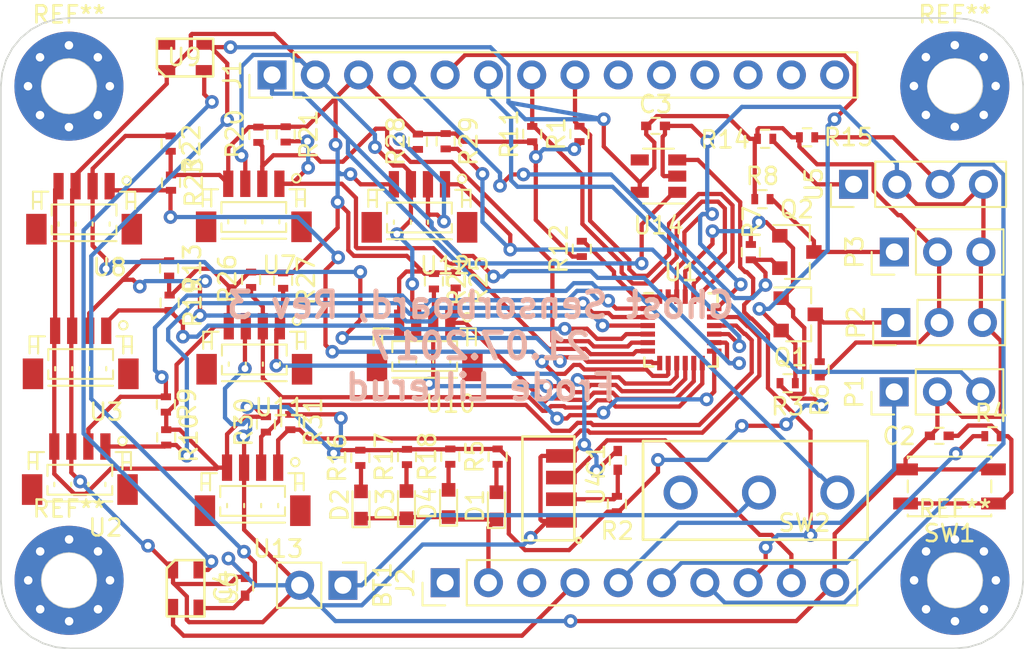
<source format=kicad_pcb>
(kicad_pcb (version 20170123) (host pcbnew no-vcs-found-54670d6~58~ubuntu16.04.1)
  (layers (0 F.Cu signal) (31 B.Cu signal) (34 B.Paste user) (35 F.Paste user) (36 B.SilkS user) (37 F.SilkS user) (38 B.Mask user) (39 F.Mask user) (44 Edge.Cuts user))
  (net 0 "")
  (net 1 GND)
  (net 2 "Net-(C1-Pad1)")
  (net 3 "Net-(C2-Pad2)")
  (net 4 +5V)
  (net 5 LED)
  (net 6 "Net-(D1-Pad2)")
  (net 7 "Net-(D2-Pad2)")
  (net 8 "Net-(D3-Pad2)")
  (net 9 "Net-(D4-Pad2)")
  (net 10 IO32/SCL)
  (net 11 IO25)
  (net 12 IO26)
  (net 13 IO27)
  (net 14 +3V3)
  (net 15 +BATT)
  (net 16 IO22)
  (net 17 ENABLE5V)
  (net 18 ENCODER)
  (net 19 BUTTON)
  (net 20 IO17)
  (net 21 STEERING_5V_PWM)
  (net 22 MOTOR_5V_PWM)
  (net 23 "Net-(R12-Pad2)")
  (net 24 "Net-(R14-Pad1)")
  (net 25 SC3)
  (net 26 SD0)
  (net 27 SD3)
  (net 28 SC2)
  (net 29 SD2)
  (net 30 SC1)
  (net 31 SD1)
  (net 32 SC0)
  (net 33 SC7)
  (net 34 SD4)
  (net 35 SD7)
  (net 36 SC6)
  (net 37 SD6)
  (net 38 SC5)
  (net 39 SD5)
  (net 40 SC4)
  (net 41 "Net-(BT1-Pad1)")
  (net 42 IO33/SDA)
  (net 43 IO16)
  (net 44 "Net-(U6-Pad1)")
  (module Mounting_Holes:MountingHole_3.2mm_M3_Pad_Via (layer F.Cu) (at 111.23 110.55)
    (fp_text reference REF** (at 0 -4.2) (layer F.SilkS))
    (fp_text value MountingHole_3.2mm_M3_Pad_Via)
    (pad 1 thru_hole circle (at 0 0) (size 6.4 6.4) (drill 3.2) (layers *.Cu *.Mask))
    (pad "" thru_hole circle (at 2.4 0) (size 0.6 0.6) (drill 0.5) (layers *.Cu *.Mask))
    (pad "" thru_hole circle (at 1.697056 1.697056) (size 0.6 0.6) (drill 0.5) (layers *.Cu *.Mask))
    (pad "" thru_hole circle (at 0 2.4) (size 0.6 0.6) (drill 0.5) (layers *.Cu *.Mask))
    (pad "" thru_hole circle (at -1.697056 1.697056) (size 0.6 0.6) (drill 0.5) (layers *.Cu *.Mask))
    (pad "" thru_hole circle (at -2.4 0) (size 0.6 0.6) (drill 0.5) (layers *.Cu *.Mask))
    (pad "" thru_hole circle (at -1.697056 -1.697056) (size 0.6 0.6) (drill 0.5) (layers *.Cu *.Mask))
    (pad "" thru_hole circle (at 0 -2.4) (size 0.6 0.6) (drill 0.5) (layers *.Cu *.Mask))
    (pad "" thru_hole circle (at 1.697056 -1.697056) (size 0.6 0.6) (drill 0.5) (layers *.Cu *.Mask))
  )
  (module Mounting_Holes:MountingHole_3.2mm_M3_Pad_Via (layer F.Cu) (at 111.22 81.55)
    (fp_text reference REF** (at 0 -4.2) (layer F.SilkS))
    (fp_text value MountingHole_3.2mm_M3_Pad_Via)
    (pad 1 thru_hole circle (at 0 0) (size 6.4 6.4) (drill 3.2) (layers *.Cu *.Mask))
    (pad "" thru_hole circle (at 2.4 0) (size 0.6 0.6) (drill 0.5) (layers *.Cu *.Mask))
    (pad "" thru_hole circle (at 1.697056 1.697056) (size 0.6 0.6) (drill 0.5) (layers *.Cu *.Mask))
    (pad "" thru_hole circle (at 0 2.4) (size 0.6 0.6) (drill 0.5) (layers *.Cu *.Mask))
    (pad "" thru_hole circle (at -1.697056 1.697056) (size 0.6 0.6) (drill 0.5) (layers *.Cu *.Mask))
    (pad "" thru_hole circle (at -2.4 0) (size 0.6 0.6) (drill 0.5) (layers *.Cu *.Mask))
    (pad "" thru_hole circle (at -1.697056 -1.697056) (size 0.6 0.6) (drill 0.5) (layers *.Cu *.Mask))
    (pad "" thru_hole circle (at 0 -2.4) (size 0.6 0.6) (drill 0.5) (layers *.Cu *.Mask))
    (pad "" thru_hole circle (at 1.697056 -1.697056) (size 0.6 0.6) (drill 0.5) (layers *.Cu *.Mask))
  )
  (module Mounting_Holes:MountingHole_3.2mm_M3_Pad_Via (layer F.Cu) (at 163.22 110.55)
    (fp_text reference REF** (at 0 -4.2) (layer F.SilkS))
    (fp_text value MountingHole_3.2mm_M3_Pad_Via)
    (pad 1 thru_hole circle (at 0 0) (size 6.4 6.4) (drill 3.2) (layers *.Cu *.Mask))
    (pad "" thru_hole circle (at 2.4 0) (size 0.6 0.6) (drill 0.5) (layers *.Cu *.Mask))
    (pad "" thru_hole circle (at 1.697056 1.697056) (size 0.6 0.6) (drill 0.5) (layers *.Cu *.Mask))
    (pad "" thru_hole circle (at 0 2.4) (size 0.6 0.6) (drill 0.5) (layers *.Cu *.Mask))
    (pad "" thru_hole circle (at -1.697056 1.697056) (size 0.6 0.6) (drill 0.5) (layers *.Cu *.Mask))
    (pad "" thru_hole circle (at -2.4 0) (size 0.6 0.6) (drill 0.5) (layers *.Cu *.Mask))
    (pad "" thru_hole circle (at -1.697056 -1.697056) (size 0.6 0.6) (drill 0.5) (layers *.Cu *.Mask))
    (pad "" thru_hole circle (at 0 -2.4) (size 0.6 0.6) (drill 0.5) (layers *.Cu *.Mask))
    (pad "" thru_hole circle (at 1.697056 -1.697056) (size 0.6 0.6) (drill 0.5) (layers *.Cu *.Mask))
  )
  (module Mounting_Holes:MountingHole_3.2mm_M3_Pad_Via (layer F.Cu) (at 163.21 81.54)
    (fp_text reference REF** (at 0 -4.2) (layer F.SilkS))
    (fp_text value MountingHole_3.2mm_M3_Pad_Via)
    (pad 1 thru_hole circle (at 0 0) (size 6.4 6.4) (drill 3.2) (layers *.Cu *.Mask))
    (pad "" thru_hole circle (at 2.4 0) (size 0.6 0.6) (drill 0.5) (layers *.Cu *.Mask))
    (pad "" thru_hole circle (at 1.697056 1.697056) (size 0.6 0.6) (drill 0.5) (layers *.Cu *.Mask))
    (pad "" thru_hole circle (at 0 2.4) (size 0.6 0.6) (drill 0.5) (layers *.Cu *.Mask))
    (pad "" thru_hole circle (at -1.697056 1.697056) (size 0.6 0.6) (drill 0.5) (layers *.Cu *.Mask))
    (pad "" thru_hole circle (at -2.4 0) (size 0.6 0.6) (drill 0.5) (layers *.Cu *.Mask))
    (pad "" thru_hole circle (at -1.697056 -1.697056) (size 0.6 0.6) (drill 0.5) (layers *.Cu *.Mask))
    (pad "" thru_hole circle (at 0 -2.4) (size 0.6 0.6) (drill 0.5) (layers *.Cu *.Mask))
    (pad "" thru_hole circle (at 1.697056 -1.697056) (size 0.6 0.6) (drill 0.5) (layers *.Cu *.Mask))
  )
  (module Pin_Headers:Pin_Header_Straight_1x02_Pitch2.54mm (layer F.Cu) (at 127.3 110.84 270)
    (fp_text reference BT1 (at 0 -2.33 270) (layer F.SilkS))
    (fp_text value Battery_Cell)
    (pad 2 thru_hole oval (at 0 2.54 270) (size 1.7 1.7) (drill 1) (layers *.Cu *.Mask) (net 1 GND))
    (pad 1 thru_hole rect (at 0 0 270) (size 1.7 1.7) (drill 1) (layers *.Cu *.Mask) (net 41 "Net-(BT1-Pad1)"))
  )
  (module Capacitors_SMD:C_0402 (layer F.Cu) (at 143.43 103.51 90)
    (fp_text reference C1 (at 0 -1.27 90) (layer F.SilkS))
    (fp_text value 1uF)
    (pad 1 smd rect (at -0.55 0 90) (size 0.6 0.5) (layers F.Cu F.Paste F.Mask) (net 2 "Net-(C1-Pad1)"))
    (pad 2 smd rect (at 0.55 0 90) (size 0.6 0.5) (layers F.Cu F.Paste F.Mask) (net 1 GND))
  )
  (module Capacitors_SMD:C_0402 (layer F.Cu) (at 162.3 102.07)
    (fp_text reference C2 (at -2.36 0.02) (layer F.SilkS))
    (fp_text value 1nF)
    (pad 2 smd rect (at 0.55 0) (size 0.6 0.5) (layers F.Cu F.Paste F.Mask) (net 3 "Net-(C2-Pad2)"))
    (pad 1 smd rect (at -0.55 0) (size 0.6 0.5) (layers F.Cu F.Paste F.Mask) (net 1 GND))
  )
  (module Capacitors_SMD:C_0402 (layer F.Cu) (at 145.65 83.88)
    (fp_text reference C3 (at 0 -1.27) (layer F.SilkS))
    (fp_text value 2.2uF-10uF)
    (pad 2 smd rect (at 0.55 0) (size 0.6 0.5) (layers F.Cu F.Paste F.Mask) (net 1 GND))
    (pad 1 smd rect (at -0.55 0) (size 0.6 0.5) (layers F.Cu F.Paste F.Mask) (net 4 +5V))
  )
  (module LEDs:LED_0603 (layer F.Cu) (at 136.31 106.18 90)
    (fp_text reference D1 (at 0 -1.25 90) (layer F.SilkS))
    (fp_text value LED)
    (pad 1 smd rect (at -0.8 0 270) (size 0.8 0.8) (layers F.Cu F.Paste F.Mask) (net 5 LED))
    (pad 2 smd rect (at 0.8 0 270) (size 0.8 0.8) (layers F.Cu F.Paste F.Mask) (net 6 "Net-(D1-Pad2)"))
  )
  (module LEDs:LED_0603 (layer F.Cu) (at 128.36 106.13 90)
    (fp_text reference D2 (at 0 -1.25 90) (layer F.SilkS))
    (fp_text value LED)
    (pad 2 smd rect (at 0.8 0 270) (size 0.8 0.8) (layers F.Cu F.Paste F.Mask) (net 7 "Net-(D2-Pad2)"))
    (pad 1 smd rect (at -0.8 0 270) (size 0.8 0.8) (layers F.Cu F.Paste F.Mask) (net 5 LED))
  )
  (module LEDs:LED_0603 (layer F.Cu) (at 131.03 106.11 90)
    (fp_text reference D3 (at 0 -1.25 90) (layer F.SilkS))
    (fp_text value LED)
    (pad 1 smd rect (at -0.8 0 270) (size 0.8 0.8) (layers F.Cu F.Paste F.Mask) (net 5 LED))
    (pad 2 smd rect (at 0.8 0 270) (size 0.8 0.8) (layers F.Cu F.Paste F.Mask) (net 8 "Net-(D3-Pad2)"))
  )
  (module LEDs:LED_0603 (layer F.Cu) (at 133.5 106.04 90)
    (fp_text reference D4 (at 0 -1.25 90) (layer F.SilkS))
    (fp_text value LED)
    (pad 2 smd rect (at 0.8 0 270) (size 0.8 0.8) (layers F.Cu F.Paste F.Mask) (net 9 "Net-(D4-Pad2)"))
    (pad 1 smd rect (at -0.8 0 270) (size 0.8 0.8) (layers F.Cu F.Paste F.Mask) (net 5 LED))
  )
  (module Pin_Headers:Pin_Header_Straight_1x14_Pitch2.54mm (layer F.Cu) (at 123.14 80.89 90)
    (fp_text reference J1 (at 0 -2.33 90) (layer F.SilkS))
    (fp_text value CONN_01X14)
    (pad 14 thru_hole oval (at 0 33.02 90) (size 1.7 1.7) (drill 1) (layers *.Cu *.Mask))
    (pad 13 thru_hole oval (at 0 30.48 90) (size 1.7 1.7) (drill 1) (layers *.Cu *.Mask))
    (pad 12 thru_hole oval (at 0 27.94 90) (size 1.7 1.7) (drill 1) (layers *.Cu *.Mask))
    (pad 11 thru_hole oval (at 0 25.4 90) (size 1.7 1.7) (drill 1) (layers *.Cu *.Mask))
    (pad 10 thru_hole oval (at 0 22.86 90) (size 1.7 1.7) (drill 1) (layers *.Cu *.Mask))
    (pad 9 thru_hole oval (at 0 20.32 90) (size 1.7 1.7) (drill 1) (layers *.Cu *.Mask))
    (pad 8 thru_hole oval (at 0 17.78 90) (size 1.7 1.7) (drill 1) (layers *.Cu *.Mask) (net 10 IO32/SCL))
    (pad 7 thru_hole oval (at 0 15.24 90) (size 1.7 1.7) (drill 1) (layers *.Cu *.Mask) (net 42 IO33/SDA))
    (pad 6 thru_hole oval (at 0 12.7 90) (size 1.7 1.7) (drill 1) (layers *.Cu *.Mask) (net 11 IO25))
    (pad 5 thru_hole oval (at 0 10.16 90) (size 1.7 1.7) (drill 1) (layers *.Cu *.Mask) (net 12 IO26))
    (pad 4 thru_hole oval (at 0 7.62 90) (size 1.7 1.7) (drill 1) (layers *.Cu *.Mask) (net 13 IO27))
    (pad 3 thru_hole oval (at 0 5.08 90) (size 1.7 1.7) (drill 1) (layers *.Cu *.Mask) (net 14 +3V3))
    (pad 2 thru_hole oval (at 0 2.54 90) (size 1.7 1.7) (drill 1) (layers *.Cu *.Mask) (net 1 GND))
    (pad 1 thru_hole rect (at 0 0 90) (size 1.7 1.7) (drill 1) (layers *.Cu *.Mask) (net 15 +BATT))
  )
  (module Pin_Headers:Pin_Header_Straight_1x10_Pitch2.54mm (layer F.Cu) (at 133.3 110.69 90)
    (fp_text reference J2 (at 0 -2.33 90) (layer F.SilkS))
    (fp_text value CONN_01X10)
    (pad 10 thru_hole oval (at 0 22.86 90) (size 1.7 1.7) (drill 1) (layers *.Cu *.Mask) (net 1 GND))
    (pad 9 thru_hole oval (at 0 20.32 90) (size 1.7 1.7) (drill 1) (layers *.Cu *.Mask) (net 16 IO22))
    (pad 8 thru_hole oval (at 0 17.78 90) (size 1.7 1.7) (drill 1) (layers *.Cu *.Mask) (net 17 ENABLE5V))
    (pad 7 thru_hole oval (at 0 15.24 90) (size 1.7 1.7) (drill 1) (layers *.Cu *.Mask) (net 18 ENCODER))
    (pad 6 thru_hole oval (at 0 12.7 90) (size 1.7 1.7) (drill 1) (layers *.Cu *.Mask) (net 19 BUTTON))
    (pad 5 thru_hole oval (at 0 10.16 90) (size 1.7 1.7) (drill 1) (layers *.Cu *.Mask) (net 20 IO17))
    (pad 4 thru_hole oval (at 0 7.62 90) (size 1.7 1.7) (drill 1) (layers *.Cu *.Mask) (net 43 IO16))
    (pad 3 thru_hole oval (at 0 5.08 90) (size 1.7 1.7) (drill 1) (layers *.Cu *.Mask))
    (pad 2 thru_hole oval (at 0 2.54 90) (size 1.7 1.7) (drill 1) (layers *.Cu *.Mask) (net 5 LED))
    (pad 1 thru_hole rect (at 0 0 90) (size 1.7 1.7) (drill 1) (layers *.Cu *.Mask))
  )
  (module Pin_Headers:Pin_Header_Straight_1x03_Pitch2.54mm (layer F.Cu) (at 159.65 99.49 90)
    (fp_text reference P1 (at 0 -2.33 90) (layer F.SilkS))
    (fp_text value StartModule)
    (pad 1 thru_hole rect (at 0 0 90) (size 1.7 1.7) (drill 1) (layers *.Cu *.Mask) (net 20 IO17))
    (pad 2 thru_hole oval (at 0 2.54 90) (size 1.7 1.7) (drill 1) (layers *.Cu *.Mask) (net 1 GND))
    (pad 3 thru_hole oval (at 0 5.08 90) (size 1.7 1.7) (drill 1) (layers *.Cu *.Mask) (net 11 IO25))
  )
  (module Pin_Headers:Pin_Header_Straight_1x03_Pitch2.54mm (layer F.Cu) (at 159.75 95.42 90)
    (fp_text reference P2 (at 0 -2.33 90) (layer F.SilkS))
    (fp_text value SteeringServo)
    (pad 3 thru_hole oval (at 0 5.08 90) (size 1.7 1.7) (drill 1) (layers *.Cu *.Mask) (net 1 GND))
    (pad 2 thru_hole oval (at 0 2.54 90) (size 1.7 1.7) (drill 1) (layers *.Cu *.Mask) (net 4 +5V))
    (pad 1 thru_hole rect (at 0 0 90) (size 1.7 1.7) (drill 1) (layers *.Cu *.Mask) (net 21 STEERING_5V_PWM))
  )
  (module Pin_Headers:Pin_Header_Straight_1x03_Pitch2.54mm (layer F.Cu) (at 159.66 91.28 90)
    (fp_text reference P3 (at 0 -2.33 90) (layer F.SilkS))
    (fp_text value Motor)
    (pad 3 thru_hole oval (at 0 5.08 90) (size 1.7 1.7) (drill 1) (layers *.Cu *.Mask) (net 1 GND))
    (pad 2 thru_hole oval (at 0 2.54 90) (size 1.7 1.7) (drill 1) (layers *.Cu *.Mask) (net 4 +5V))
    (pad 1 thru_hole rect (at 0 0 90) (size 1.7 1.7) (drill 1) (layers *.Cu *.Mask) (net 22 MOTOR_5V_PWM))
  )
  (module TO_SOT_Packages_SMD:SOT-23 (layer F.Cu) (at 154.02 94.94)
    (fp_text reference Q1 (at -0.45 2.53) (layer F.SilkS))
    (fp_text value BSS138)
    (pad 3 smd rect (at 1 0) (size 0.9 0.8) (layers F.Cu F.Paste F.Mask) (net 21 STEERING_5V_PWM))
    (pad 2 smd rect (at -1 0.95) (size 0.9 0.8) (layers F.Cu F.Paste F.Mask) (net 12 IO26))
    (pad 1 smd rect (at -1 -0.95) (size 0.9 0.8) (layers F.Cu F.Paste F.Mask) (net 14 +3V3))
  )
  (module TO_SOT_Packages_SMD:SOT-23 (layer F.Cu) (at 153.94 91.28)
    (fp_text reference Q2 (at 0 -2.5) (layer F.SilkS))
    (fp_text value BSS138)
    (pad 1 smd rect (at -1 -0.95) (size 0.9 0.8) (layers F.Cu F.Paste F.Mask) (net 14 +3V3))
    (pad 2 smd rect (at -1 0.95) (size 0.9 0.8) (layers F.Cu F.Paste F.Mask) (net 13 IO27))
    (pad 3 smd rect (at 1 0) (size 0.9 0.8) (layers F.Cu F.Paste F.Mask) (net 22 MOTOR_5V_PWM))
  )
  (module Resistors_SMD:R_0402 (layer F.Cu) (at 141.18 84.35 90)
    (fp_text reference R1 (at 0 -1.35 90) (layer F.SilkS))
    (fp_text value 2k2)
    (pad 1 smd rect (at -0.45 0 90) (size 0.4 0.6) (layers F.Cu F.Paste F.Mask) (net 14 +3V3))
    (pad 2 smd rect (at 0.45 0 90) (size 0.4 0.6) (layers F.Cu F.Paste F.Mask) (net 10 IO32/SCL))
  )
  (module Resistors_SMD:R_0402 (layer F.Cu) (at 143.38 106.07 270)
    (fp_text reference R2 (at 1.58 -0.02) (layer F.SilkS))
    (fp_text value "33-1k ohm")
    (pad 1 smd rect (at -0.45 0 270) (size 0.4 0.6) (layers F.Cu F.Paste F.Mask) (net 2 "Net-(C1-Pad1)"))
    (pad 2 smd rect (at 0.45 0 270) (size 0.4 0.6) (layers F.Cu F.Paste F.Mask) (net 14 +3V3))
  )
  (module Resistors_SMD:R_0402 (layer F.Cu) (at 153.4 98.98)
    (fp_text reference R3 (at 0 1.37) (layer F.SilkS))
    (fp_text value 10k)
    (pad 2 smd rect (at 0.45 0) (size 0.4 0.6) (layers F.Cu F.Paste F.Mask) (net 12 IO26))
    (pad 1 smd rect (at -0.45 0) (size 0.4 0.6) (layers F.Cu F.Paste F.Mask) (net 14 +3V3))
  )
  (module Resistors_SMD:R_0402 (layer F.Cu) (at 165.42 102.09 180)
    (fp_text reference R4 (at 0.06 1.35 180) (layer F.SilkS))
    (fp_text value 470)
    (pad 2 smd rect (at 0.45 0 180) (size 0.4 0.6) (layers F.Cu F.Paste F.Mask) (net 19 BUTTON))
    (pad 1 smd rect (at -0.45 0 180) (size 0.4 0.6) (layers F.Cu F.Paste F.Mask) (net 3 "Net-(C2-Pad2)"))
  )
  (module Resistors_SMD:R_0402 (layer F.Cu) (at 136.38 103.29 90)
    (fp_text reference R5 (at 0 -1.35 90) (layer F.SilkS))
    (fp_text value 330)
    (pad 1 smd rect (at -0.45 0 90) (size 0.4 0.6) (layers F.Cu F.Paste F.Mask) (net 6 "Net-(D1-Pad2)"))
    (pad 2 smd rect (at 0.45 0 90) (size 0.4 0.6) (layers F.Cu F.Paste F.Mask) (net 14 +3V3))
  )
  (module Resistors_SMD:R_0402 (layer F.Cu) (at 155.28 98.17 90)
    (fp_text reference R6 (at -1.79 0.01 90) (layer F.SilkS))
    (fp_text value 10k)
    (pad 2 smd rect (at 0.45 0 90) (size 0.4 0.6) (layers F.Cu F.Paste F.Mask) (net 21 STEERING_5V_PWM))
    (pad 1 smd rect (at -0.45 0 90) (size 0.4 0.6) (layers F.Cu F.Paste F.Mask) (net 4 +5V))
  )
  (module Resistors_SMD:R_0402 (layer F.Cu) (at 151.24 91.29 270)
    (fp_text reference R7 (at -1.76 -0.06 270) (layer F.SilkS))
    (fp_text value 10k)
    (pad 1 smd rect (at -0.45 0 270) (size 0.4 0.6) (layers F.Cu F.Paste F.Mask) (net 14 +3V3))
    (pad 2 smd rect (at 0.45 0 270) (size 0.4 0.6) (layers F.Cu F.Paste F.Mask) (net 13 IO27))
  )
  (module Resistors_SMD:R_0402 (layer F.Cu) (at 151.92 88.18)
    (fp_text reference R8 (at 0 -1.35) (layer F.SilkS))
    (fp_text value 10k)
    (pad 2 smd rect (at 0.45 0) (size 0.4 0.6) (layers F.Cu F.Paste F.Mask) (net 22 MOTOR_5V_PWM))
    (pad 1 smd rect (at -0.45 0) (size 0.4 0.6) (layers F.Cu F.Paste F.Mask) (net 4 +5V))
  )
  (module Resistors_SMD:R_0402 (layer F.Cu) (at 116.91 100.23 90)
    (fp_text reference R9 (at 0.01 1.25 90) (layer F.SilkS))
    (fp_text value 1k)
    (pad 2 smd rect (at 0.45 0 90) (size 0.4 0.6) (layers F.Cu F.Paste F.Mask) (net 26 SD0))
    (pad 1 smd rect (at -0.45 0 90) (size 0.4 0.6) (layers F.Cu F.Paste F.Mask) (net 14 +3V3))
  )
  (module Resistors_SMD:R_0402 (layer F.Cu) (at 116.93 102.16 270)
    (fp_text reference R10 (at 0.04 -1.33 270) (layer F.SilkS))
    (fp_text value 1k)
    (pad 1 smd rect (at -0.45 0 270) (size 0.4 0.6) (layers F.Cu F.Paste F.Mask) (net 14 +3V3))
    (pad 2 smd rect (at 0.45 0 270) (size 0.4 0.6) (layers F.Cu F.Paste F.Mask) (net 32 SC0))
  )
  (module Resistors_SMD:R_0402 (layer F.Cu) (at 138.41 84.36 90)
    (fp_text reference R11 (at 0 -1.35 90) (layer F.SilkS))
    (fp_text value 2k2)
    (pad 2 smd rect (at 0.45 0 90) (size 0.4 0.6) (layers F.Cu F.Paste F.Mask) (net 42 IO33/SDA))
    (pad 1 smd rect (at -0.45 0 90) (size 0.4 0.6) (layers F.Cu F.Paste F.Mask) (net 14 +3V3))
  )
  (module Resistors_SMD:R_0402 (layer F.Cu) (at 141.32 91.1 90)
    (fp_text reference R12 (at 0 -1.35 90) (layer F.SilkS))
    (fp_text value 2k2)
    (pad 1 smd rect (at -0.45 0 90) (size 0.4 0.6) (layers F.Cu F.Paste F.Mask) (net 14 +3V3))
    (pad 2 smd rect (at 0.45 0 90) (size 0.4 0.6) (layers F.Cu F.Paste F.Mask) (net 23 "Net-(R12-Pad2)"))
  )
  (module Resistors_SMD:R_0402 (layer F.Cu) (at 117.1 92.24 90)
    (fp_text reference R13 (at 0 1.36 90) (layer F.SilkS))
    (fp_text value 1k)
    (pad 2 smd rect (at 0.45 0 90) (size 0.4 0.6) (layers F.Cu F.Paste F.Mask) (net 31 SD1))
    (pad 1 smd rect (at -0.45 0 90) (size 0.4 0.6) (layers F.Cu F.Paste F.Mask) (net 14 +3V3))
  )
  (module Resistors_SMD:R_0402 (layer F.Cu) (at 152.08 84.64 180)
    (fp_text reference R14 (at 2.35 -0.05 180) (layer F.SilkS))
    (fp_text value 270)
    (pad 1 smd rect (at -0.45 0 180) (size 0.4 0.6) (layers F.Cu F.Paste F.Mask) (net 24 "Net-(R14-Pad1)"))
    (pad 2 smd rect (at 0.45 0 180) (size 0.4 0.6) (layers F.Cu F.Paste F.Mask) (net 4 +5V))
  )
  (module Resistors_SMD:R_0402 (layer F.Cu) (at 154.54 84.55)
    (fp_text reference R15 (at 2.43 0) (layer F.SilkS))
    (fp_text value 10k)
    (pad 2 smd rect (at 0.45 0) (size 0.4 0.6) (layers F.Cu F.Paste F.Mask) (net 18 ENCODER))
    (pad 1 smd rect (at -0.45 0) (size 0.4 0.6) (layers F.Cu F.Paste F.Mask) (net 4 +5V))
  )
  (module Resistors_SMD:R_0402 (layer F.Cu) (at 128.32 103.36 90)
    (fp_text reference R16 (at 0 -1.35 90) (layer F.SilkS))
    (fp_text value 330)
    (pad 1 smd rect (at -0.45 0 90) (size 0.4 0.6) (layers F.Cu F.Paste F.Mask) (net 7 "Net-(D2-Pad2)"))
    (pad 2 smd rect (at 0.45 0 90) (size 0.4 0.6) (layers F.Cu F.Paste F.Mask) (net 14 +3V3))
  )
  (module Resistors_SMD:R_0402 (layer F.Cu) (at 131.06 103.31 90)
    (fp_text reference R17 (at 0 -1.35 90) (layer F.SilkS))
    (fp_text value 330)
    (pad 2 smd rect (at 0.45 0 90) (size 0.4 0.6) (layers F.Cu F.Paste F.Mask) (net 14 +3V3))
    (pad 1 smd rect (at -0.45 0 90) (size 0.4 0.6) (layers F.Cu F.Paste F.Mask) (net 8 "Net-(D3-Pad2)"))
  )
  (module Resistors_SMD:R_0402 (layer F.Cu) (at 133.6 103.29 90)
    (fp_text reference R18 (at 0 -1.35 90) (layer F.SilkS))
    (fp_text value 330)
    (pad 1 smd rect (at -0.45 0 90) (size 0.4 0.6) (layers F.Cu F.Paste F.Mask) (net 9 "Net-(D4-Pad2)"))
    (pad 2 smd rect (at 0.45 0 90) (size 0.4 0.6) (layers F.Cu F.Paste F.Mask) (net 14 +3V3))
  )
  (module Buttons_Switches_SMD:SW_SPST_EVQP2 (layer F.Cu) (at 162.9 105.04 180)
    (fp_text reference SW1 (at 0 -2.75 180) (layer F.SilkS))
    (fp_text value SW_Push)
    (pad 2 smd rect (at 2.58 1 180) (size 1.45 0.7) (layers F.Cu F.Paste F.Mask) (net 1 GND))
    (pad 2 smd rect (at -2.58 1 180) (size 1.45 0.7) (layers F.Cu F.Paste F.Mask) (net 1 GND))
    (pad 1 smd rect (at -2.58 -1 180) (size 1.45 0.7) (layers F.Cu F.Paste F.Mask) (net 3 "Net-(C2-Pad2)"))
    (pad 1 smd rect (at 2.58 -1 180) (size 1.45 0.7) (layers F.Cu F.Paste F.Mask) (net 3 "Net-(C2-Pad2)"))
  )
  (module Housings_DFN_QFN:QFN-24_4x4mm_Pitch0.5mm_NoMask (layer F.Cu) (at 147.14 95.85)
    (fp_text reference U1 (at 0 -3.375) (layer F.SilkS))
    (fp_text value TCA9548ARGER)
    (pad 1 smd rect (at -1.95 -1.25) (size 0.85 0.3) (layers F.Cu F.Paste F.Mask) (net 26 SD0))
    (pad 2 smd rect (at -1.95 -0.75) (size 0.85 0.3) (layers F.Cu F.Paste F.Mask) (net 32 SC0))
    (pad 3 smd rect (at -1.95 -0.25) (size 0.85 0.3) (layers F.Cu F.Paste F.Mask) (net 31 SD1))
    (pad 4 smd rect (at -1.95 0.25) (size 0.85 0.3) (layers F.Cu F.Paste F.Mask) (net 30 SC1))
    (pad 5 smd rect (at -1.95 0.75) (size 0.85 0.3) (layers F.Cu F.Paste F.Mask) (net 29 SD2))
    (pad 6 smd rect (at -1.95 1.25) (size 0.85 0.3) (layers F.Cu F.Paste F.Mask) (net 28 SC2))
    (pad 7 smd rect (at -1.25 1.95 90) (size 0.85 0.3) (layers F.Cu F.Paste F.Mask) (net 27 SD3))
    (pad 8 smd rect (at -0.75 1.95 90) (size 0.85 0.3) (layers F.Cu F.Paste F.Mask) (net 25 SC3))
    (pad 9 smd rect (at -0.25 1.95 90) (size 0.85 0.3) (layers F.Cu F.Paste F.Mask) (net 1 GND))
    (pad 10 smd rect (at 0.25 1.95 90) (size 0.85 0.3) (layers F.Cu F.Paste F.Mask) (net 34 SD4))
    (pad 11 smd rect (at 0.75 1.95 90) (size 0.85 0.3) (layers F.Cu F.Paste F.Mask) (net 40 SC4))
    (pad 12 smd rect (at 1.25 1.95 90) (size 0.85 0.3) (layers F.Cu F.Paste F.Mask) (net 39 SD5))
    (pad 13 smd rect (at 1.95 1.25) (size 0.85 0.3) (layers F.Cu F.Paste F.Mask) (net 38 SC5))
    (pad 14 smd rect (at 1.95 0.75) (size 0.85 0.3) (layers F.Cu F.Paste F.Mask) (net 37 SD6))
    (pad 15 smd rect (at 1.95 0.25) (size 0.85 0.3) (layers F.Cu F.Paste F.Mask) (net 36 SC6))
    (pad 16 smd rect (at 1.95 -0.25) (size 0.85 0.3) (layers F.Cu F.Paste F.Mask) (net 35 SD7))
    (pad 17 smd rect (at 1.95 -0.75) (size 0.85 0.3) (layers F.Cu F.Paste F.Mask) (net 33 SC7))
    (pad 18 smd rect (at 1.95 -1.25) (size 0.85 0.3) (layers F.Cu F.Paste F.Mask) (net 1 GND))
    (pad 19 smd rect (at 1.25 -1.95 90) (size 0.85 0.3) (layers F.Cu F.Paste F.Mask) (net 10 IO32/SCL))
    (pad 20 smd rect (at 0.75 -1.95 90) (size 0.85 0.3) (layers F.Cu F.Paste F.Mask) (net 42 IO33/SDA))
    (pad 21 smd rect (at 0.25 -1.95 90) (size 0.85 0.3) (layers F.Cu F.Paste F.Mask) (net 14 +3V3))
    (pad 22 smd rect (at -0.25 -1.95 90) (size 0.85 0.3) (layers F.Cu F.Paste F.Mask) (net 1 GND))
    (pad 23 smd rect (at -0.75 -1.95 90) (size 0.85 0.3) (layers F.Cu F.Paste F.Mask) (net 1 GND))
    (pad 24 smd rect (at -1.25 -1.95 90) (size 0.85 0.3) (layers F.Cu F.Paste F.Mask) (net 23 "Net-(R12-Pad2)"))
  )
  (module Connectors_JST:JST_SH_BM04B-SRSS-TB_04x1.00mm_Straight (layer F.Cu) (at 111.86 103.96 180)
    (fp_text reference U2 (at -1.5 -3.5 180) (layer F.SilkS))
    (fp_text value GP2Y0E02B)
    (pad 1 smd rect (at -1.5 1.2625 180) (size 0.6 1.55) (layers F.Cu F.Paste F.Mask) (net 32 SC0))
    (pad 2 smd rect (at -0.5 1.2625 180) (size 0.6 1.55) (layers F.Cu F.Paste F.Mask) (net 26 SD0))
    (pad 3 smd rect (at 0.5 1.2625 180) (size 0.6 1.55) (layers F.Cu F.Paste F.Mask) (net 1 GND))
    (pad 4 smd rect (at 1.5 1.2625 180) (size 0.6 1.55) (layers F.Cu F.Paste F.Mask) (net 14 +3V3))
    (pad "" smd rect (at -2.8 -1.2625 180) (size 1.2 1.8) (layers F.Cu F.Paste F.Mask))
    (pad "" smd rect (at 2.8 -1.2625 180) (size 1.2 1.8) (layers F.Cu F.Paste F.Mask))
  )
  (module Connectors_JST:JST_SH_BM04B-SRSS-TB_04x1.00mm_Straight (layer F.Cu) (at 111.91 97.1675 180)
    (fp_text reference U3 (at -1.5 -3.5 180) (layer F.SilkS))
    (fp_text value GP2Y0E02B)
    (pad "" smd rect (at 2.8 -1.2625 180) (size 1.2 1.8) (layers F.Cu F.Paste F.Mask))
    (pad "" smd rect (at -2.8 -1.2625 180) (size 1.2 1.8) (layers F.Cu F.Paste F.Mask))
    (pad 4 smd rect (at 1.5 1.2625 180) (size 0.6 1.55) (layers F.Cu F.Paste F.Mask) (net 14 +3V3))
    (pad 3 smd rect (at 0.5 1.2625 180) (size 0.6 1.55) (layers F.Cu F.Paste F.Mask) (net 1 GND))
    (pad 2 smd rect (at -0.5 1.2625 180) (size 0.6 1.55) (layers F.Cu F.Paste F.Mask) (net 31 SD1))
    (pad 1 smd rect (at -1.5 1.2625 180) (size 0.6 1.55) (layers F.Cu F.Paste F.Mask) (net 30 SC1))
  )
  (module NorBotKiCadFootprints:TSOP75x (layer F.Cu) (at 139.612 105.155 90)
    (fp_text reference U4 (at 0 2.54 90) (layer F.SilkS))
    (fp_text value TSOP752-TSOP754)
    (pad 1 smd rect (at -1.905 0.508 90) (size 0.8 1.8) (layers F.Cu F.Paste F.Mask) (net 1 GND))
    (pad 2 smd rect (at -0.635 0.508 90) (size 0.8 1.8) (layers F.Cu F.Paste F.Mask) (net 2 "Net-(C1-Pad1)"))
    (pad 3 smd rect (at 0.635 0.508 90) (size 0.8 1.8) (layers F.Cu F.Paste F.Mask) (net 16 IO22))
    (pad 4 smd rect (at 1.905 0.508 90) (size 0.8 1.8) (layers F.Cu F.Paste F.Mask) (net 1 GND))
  )
  (module Pin_Headers:Pin_Header_Straight_1x04_Pitch2.54mm (layer F.Cu) (at 157.27 87.31 90)
    (fp_text reference U5 (at 0 -2.33 90) (layer F.SilkS))
    (fp_text value Transmissive_Photo_Interrupter)
    (pad 4 thru_hole oval (at 0 7.62 90) (size 1.7 1.7) (drill 1) (layers *.Cu *.Mask) (net 1 GND))
    (pad 3 thru_hole oval (at 0 5.08 90) (size 1.7 1.7) (drill 1) (layers *.Cu *.Mask) (net 18 ENCODER))
    (pad 2 thru_hole oval (at 0 2.54 90) (size 1.7 1.7) (drill 1) (layers *.Cu *.Mask) (net 1 GND))
    (pad 1 thru_hole rect (at 0 0 90) (size 1.7 1.7) (drill 1) (layers *.Cu *.Mask) (net 24 "Net-(R14-Pad1)"))
  )
  (module Connectors_JST:JST_SH_BM04B-SRSS-TB_04x1.00mm_Straight (layer F.Cu) (at 122.07 88.54 180)
    (fp_text reference U7 (at -1.5 -3.5 180) (layer F.SilkS))
    (fp_text value GP2Y0E02B)
    (pad 1 smd rect (at -1.5 1.2625 180) (size 0.6 1.55) (layers F.Cu F.Paste F.Mask) (net 28 SC2))
    (pad 2 smd rect (at -0.5 1.2625 180) (size 0.6 1.55) (layers F.Cu F.Paste F.Mask) (net 29 SD2))
    (pad 3 smd rect (at 0.5 1.2625 180) (size 0.6 1.55) (layers F.Cu F.Paste F.Mask) (net 1 GND))
    (pad 4 smd rect (at 1.5 1.2625 180) (size 0.6 1.55) (layers F.Cu F.Paste F.Mask) (net 14 +3V3))
    (pad "" smd rect (at -2.8 -1.2625 180) (size 1.2 1.8) (layers F.Cu F.Paste F.Mask))
    (pad "" smd rect (at 2.8 -1.2625 180) (size 1.2 1.8) (layers F.Cu F.Paste F.Mask))
  )
  (module Connectors_JST:JST_SH_BM04B-SRSS-TB_04x1.00mm_Straight (layer F.Cu) (at 112.11 88.68 180)
    (fp_text reference U8 (at -1.5 -3.5 180) (layer F.SilkS))
    (fp_text value GP2Y0E02B)
    (pad "" smd rect (at 2.8 -1.2625 180) (size 1.2 1.8) (layers F.Cu F.Paste F.Mask))
    (pad "" smd rect (at -2.8 -1.2625 180) (size 1.2 1.8) (layers F.Cu F.Paste F.Mask))
    (pad 4 smd rect (at 1.5 1.2625 180) (size 0.6 1.55) (layers F.Cu F.Paste F.Mask) (net 14 +3V3))
    (pad 3 smd rect (at 0.5 1.2625 180) (size 0.6 1.55) (layers F.Cu F.Paste F.Mask) (net 1 GND))
    (pad 2 smd rect (at -0.5 1.2625 180) (size 0.6 1.55) (layers F.Cu F.Paste F.Mask) (net 27 SD3))
    (pad 1 smd rect (at -1.5 1.2625 180) (size 0.6 1.55) (layers F.Cu F.Paste F.Mask) (net 25 SC3))
  )
  (module Connectors_JST:JST_SH_BM04B-SRSS-TB_04x1.00mm_Straight (layer F.Cu) (at 132.1 96.7 180)
    (fp_text reference U10 (at -1.5 -3.5 180) (layer F.SilkS))
    (fp_text value GP2Y0E02B)
    (pad 1 smd rect (at -1.5 1.2625 180) (size 0.6 1.55) (layers F.Cu F.Paste F.Mask) (net 40 SC4))
    (pad 2 smd rect (at -0.5 1.2625 180) (size 0.6 1.55) (layers F.Cu F.Paste F.Mask) (net 34 SD4))
    (pad 3 smd rect (at 0.5 1.2625 180) (size 0.6 1.55) (layers F.Cu F.Paste F.Mask) (net 1 GND))
    (pad 4 smd rect (at 1.5 1.2625 180) (size 0.6 1.55) (layers F.Cu F.Paste F.Mask) (net 14 +3V3))
    (pad "" smd rect (at -2.8 -1.2625 180) (size 1.2 1.8) (layers F.Cu F.Paste F.Mask))
    (pad "" smd rect (at 2.8 -1.2625 180) (size 1.2 1.8) (layers F.Cu F.Paste F.Mask))
  )
  (module Connectors_JST:JST_SH_BM04B-SRSS-TB_04x1.00mm_Straight (layer F.Cu) (at 122.1 96.9 180)
    (fp_text reference U11 (at -1.5 -3.5 180) (layer F.SilkS))
    (fp_text value GP2Y0E02B)
    (pad "" smd rect (at 2.8 -1.2625 180) (size 1.2 1.8) (layers F.Cu F.Paste F.Mask))
    (pad "" smd rect (at -2.8 -1.2625 180) (size 1.2 1.8) (layers F.Cu F.Paste F.Mask))
    (pad 4 smd rect (at 1.5 1.2625 180) (size 0.6 1.55) (layers F.Cu F.Paste F.Mask) (net 14 +3V3))
    (pad 3 smd rect (at 0.5 1.2625 180) (size 0.6 1.55) (layers F.Cu F.Paste F.Mask) (net 1 GND))
    (pad 2 smd rect (at -0.5 1.2625 180) (size 0.6 1.55) (layers F.Cu F.Paste F.Mask) (net 39 SD5))
    (pad 1 smd rect (at -1.5 1.2625 180) (size 0.6 1.55) (layers F.Cu F.Paste F.Mask) (net 38 SC5))
  )
  (module Connectors_JST:JST_SH_BM04B-SRSS-TB_04x1.00mm_Straight (layer F.Cu) (at 131.79 88.57 180)
    (fp_text reference U12 (at -1.5 -3.5 180) (layer F.SilkS))
    (fp_text value GP2Y0E02B)
    (pad "" smd rect (at 2.8 -1.2625 180) (size 1.2 1.8) (layers F.Cu F.Paste F.Mask))
    (pad "" smd rect (at -2.8 -1.2625 180) (size 1.2 1.8) (layers F.Cu F.Paste F.Mask))
    (pad 4 smd rect (at 1.5 1.2625 180) (size 0.6 1.55) (layers F.Cu F.Paste F.Mask) (net 14 +3V3))
    (pad 3 smd rect (at 0.5 1.2625 180) (size 0.6 1.55) (layers F.Cu F.Paste F.Mask) (net 1 GND))
    (pad 2 smd rect (at -0.5 1.2625 180) (size 0.6 1.55) (layers F.Cu F.Paste F.Mask) (net 37 SD6))
    (pad 1 smd rect (at -1.5 1.2625 180) (size 0.6 1.55) (layers F.Cu F.Paste F.Mask) (net 36 SC6))
  )
  (module Connectors_JST:JST_SH_BM04B-SRSS-TB_04x1.00mm_Straight (layer F.Cu) (at 122 105.2 180)
    (fp_text reference U13 (at -1.5 -3.5 180) (layer F.SilkS))
    (fp_text value GP2Y0E02B)
    (pad 1 smd rect (at -1.5 1.2625 180) (size 0.6 1.55) (layers F.Cu F.Paste F.Mask) (net 33 SC7))
    (pad 2 smd rect (at -0.5 1.2625 180) (size 0.6 1.55) (layers F.Cu F.Paste F.Mask) (net 35 SD7))
    (pad 3 smd rect (at 0.5 1.2625 180) (size 0.6 1.55) (layers F.Cu F.Paste F.Mask) (net 1 GND))
    (pad 4 smd rect (at 1.5 1.2625 180) (size 0.6 1.55) (layers F.Cu F.Paste F.Mask) (net 14 +3V3))
    (pad "" smd rect (at -2.8 -1.2625 180) (size 1.2 1.8) (layers F.Cu F.Paste F.Mask))
    (pad "" smd rect (at 2.8 -1.2625 180) (size 1.2 1.8) (layers F.Cu F.Paste F.Mask))
  )
  (module Capacitors_SMD:C_0402 (layer F.Cu) (at 121.56 110.9 90)
    (fp_text reference C4 (at 0 -1.27 90) (layer F.SilkS))
    (fp_text value 0.1uF)
    (pad 2 smd rect (at 0.55 0 90) (size 0.6 0.5) (layers F.Cu F.Paste F.Mask) (net 1 GND))
    (pad 1 smd rect (at -0.55 0 90) (size 0.6 0.5) (layers F.Cu F.Paste F.Mask) (net 4 +5V))
  )
  (module Resistors_SMD:R_0402 (layer F.Cu) (at 117.13 94.26 270)
    (fp_text reference R19 (at 0 -1.35 270) (layer F.SilkS))
    (fp_text value 1k)
    (pad 2 smd rect (at 0.45 0 270) (size 0.4 0.6) (layers F.Cu F.Paste F.Mask) (net 30 SC1))
    (pad 1 smd rect (at -0.45 0 270) (size 0.4 0.6) (layers F.Cu F.Paste F.Mask) (net 14 +3V3))
  )
  (module Resistors_SMD:R_0402 (layer F.Cu) (at 122.34 84.4 270)
    (fp_text reference R20 (at -0.05 1.38 270) (layer F.SilkS))
    (fp_text value 1k)
    (pad 1 smd rect (at -0.45 0 270) (size 0.4 0.6) (layers F.Cu F.Paste F.Mask) (net 14 +3V3))
    (pad 2 smd rect (at 0.45 0 270) (size 0.4 0.6) (layers F.Cu F.Paste F.Mask) (net 29 SD2))
  )
  (module Resistors_SMD:R_0402 (layer F.Cu) (at 123.94 84.38 270)
    (fp_text reference R21 (at 0 -1.35 270) (layer F.SilkS))
    (fp_text value 1k)
    (pad 2 smd rect (at 0.45 0 270) (size 0.4 0.6) (layers F.Cu F.Paste F.Mask) (net 28 SC2))
    (pad 1 smd rect (at -0.45 0 270) (size 0.4 0.6) (layers F.Cu F.Paste F.Mask) (net 14 +3V3))
  )
  (module Resistors_SMD:R_0402 (layer F.Cu) (at 117.19 84.92 90)
    (fp_text reference R22 (at -0.31 1.22 90) (layer F.SilkS))
    (fp_text value 1k)
    (pad 1 smd rect (at -0.45 0 90) (size 0.4 0.6) (layers F.Cu F.Paste F.Mask) (net 14 +3V3))
    (pad 2 smd rect (at 0.45 0 90) (size 0.4 0.6) (layers F.Cu F.Paste F.Mask) (net 27 SD3))
  )
  (module Resistors_SMD:R_0402 (layer F.Cu) (at 117.21 87.21 270)
    (fp_text reference R23 (at 0 -1.35 270) (layer F.SilkS))
    (fp_text value 1k)
    (pad 2 smd rect (at 0.45 0 270) (size 0.4 0.6) (layers F.Cu F.Paste F.Mask) (net 25 SC3))
    (pad 1 smd rect (at -0.45 0 270) (size 0.4 0.6) (layers F.Cu F.Paste F.Mask) (net 14 +3V3))
  )
  (module Resistors_SMD:R_0402 (layer F.Cu) (at 132.64 93 270)
    (fp_text reference R24 (at 0 -1.35 270) (layer F.SilkS))
    (fp_text value 1k)
    (pad 1 smd rect (at -0.45 0 270) (size 0.4 0.6) (layers F.Cu F.Paste F.Mask) (net 14 +3V3))
    (pad 2 smd rect (at 0.45 0 270) (size 0.4 0.6) (layers F.Cu F.Paste F.Mask) (net 34 SD4))
  )
  (module Resistors_SMD:R_0402 (layer F.Cu) (at 133.92 92.94 270)
    (fp_text reference R25 (at 0 -1.35 270) (layer F.SilkS))
    (fp_text value 1k)
    (pad 2 smd rect (at 0.45 0 270) (size 0.4 0.6) (layers F.Cu F.Paste F.Mask) (net 40 SC4))
    (pad 1 smd rect (at -0.45 0 270) (size 0.4 0.6) (layers F.Cu F.Paste F.Mask) (net 14 +3V3))
  )
  (module Resistors_SMD:R_0402 (layer F.Cu) (at 121.91 92.91 270)
    (fp_text reference R26 (at -0.06 1.39 270) (layer F.SilkS))
    (fp_text value 1k)
    (pad 1 smd rect (at -0.45 0 270) (size 0.4 0.6) (layers F.Cu F.Paste F.Mask) (net 14 +3V3))
    (pad 2 smd rect (at 0.45 0 270) (size 0.4 0.6) (layers F.Cu F.Paste F.Mask) (net 39 SD5))
  )
  (module Resistors_SMD:R_0402 (layer F.Cu) (at 123.79 92.96 270)
    (fp_text reference R27 (at 0 -1.35 270) (layer F.SilkS))
    (fp_text value 1k)
    (pad 2 smd rect (at 0.45 0 270) (size 0.4 0.6) (layers F.Cu F.Paste F.Mask) (net 38 SC5))
    (pad 1 smd rect (at -0.45 0 270) (size 0.4 0.6) (layers F.Cu F.Paste F.Mask) (net 14 +3V3))
  )
  (module Resistors_SMD:R_0402 (layer F.Cu) (at 131.7 84.81 270)
    (fp_text reference R28 (at -0.03 1.3 270) (layer F.SilkS))
    (fp_text value 1k)
    (pad 1 smd rect (at -0.45 0 270) (size 0.4 0.6) (layers F.Cu F.Paste F.Mask) (net 14 +3V3))
    (pad 2 smd rect (at 0.45 0 270) (size 0.4 0.6) (layers F.Cu F.Paste F.Mask) (net 37 SD6))
  )
  (module Resistors_SMD:R_0402 (layer F.Cu) (at 133.33 84.78 270)
    (fp_text reference R29 (at 0 -1.35 270) (layer F.SilkS))
    (fp_text value 1k)
    (pad 2 smd rect (at 0.45 0 270) (size 0.4 0.6) (layers F.Cu F.Paste F.Mask) (net 36 SC6))
    (pad 1 smd rect (at -0.45 0 270) (size 0.4 0.6) (layers F.Cu F.Paste F.Mask) (net 14 +3V3))
  )
  (module Resistors_SMD:R_0402 (layer F.Cu) (at 122.78 101.4 270)
    (fp_text reference R30 (at -0.14 1.3 270) (layer F.SilkS))
    (fp_text value 1k)
    (pad 1 smd rect (at -0.45 0 270) (size 0.4 0.6) (layers F.Cu F.Paste F.Mask) (net 14 +3V3))
    (pad 2 smd rect (at 0.45 0 270) (size 0.4 0.6) (layers F.Cu F.Paste F.Mask) (net 35 SD7))
  )
  (module Resistors_SMD:R_0402 (layer F.Cu) (at 124.21 101.26 270)
    (fp_text reference R31 (at 0 -1.35 270) (layer F.SilkS))
    (fp_text value 1k)
    (pad 2 smd rect (at 0.45 0 270) (size 0.4 0.6) (layers F.Cu F.Paste F.Mask) (net 33 SC7))
    (pad 1 smd rect (at -0.45 0 270) (size 0.4 0.6) (layers F.Cu F.Paste F.Mask) (net 14 +3V3))
  )
  (module NorBotKiCadFootprints:NeoPixelNano (layer F.Cu) (at 118.08 111.04 90)
    (fp_text reference U6 (at 0 2.54 90) (layer F.SilkS))
    (fp_text value NeoPixelNano)
    (pad 4 smd rect (at -1.14 0.75 90) (size 1 0.6) (layers F.Cu F.Paste F.Mask) (net 4 +5V))
    (pad 3 smd rect (at -1.1 -0.75 90) (size 1 0.6) (layers F.Cu F.Paste F.Mask) (net 43 IO16))
    (pad 2 smd rect (at 1.1 -0.75 90) (size 1 0.6) (layers F.Cu F.Paste F.Mask) (net 1 GND))
    (pad 1 smd rect (at 1.1 0.75 90) (size 1 0.6) (layers F.Cu F.Paste F.Mask) (net 44 "Net-(U6-Pad1)"))
  )
  (module NorBotKiCadFootprints:NeoPixelNano (layer F.Cu) (at 118.06 79.86 180)
    (fp_text reference U9 (at 0.07 0.01 180) (layer F.SilkS))
    (fp_text value NeoPixelNano)
    (pad 1 smd rect (at 1.1 0.75 180) (size 1 0.6) (layers F.Cu F.Paste F.Mask))
    (pad 2 smd rect (at 1.1 -0.75 180) (size 1 0.6) (layers F.Cu F.Paste F.Mask) (net 1 GND))
    (pad 3 smd rect (at -1.1 -0.75 180) (size 1 0.6) (layers F.Cu F.Paste F.Mask) (net 44 "Net-(U6-Pad1)"))
    (pad 4 smd rect (at -1.14 0.75 180) (size 1 0.6) (layers F.Cu F.Paste F.Mask) (net 4 +5V))
  )
  (module TO_SOT_Packages_SMD:SOT-23-5 (layer F.Cu) (at 145.82 86.8275 180)
    (fp_text reference U14 (at 0 -2.9 180) (layer F.SilkS))
    (fp_text value MIC5219-5.0)
    (pad 5 smd rect (at 1.1 -0.95 180) (size 1.06 0.65) (layers F.Cu F.Paste F.Mask) (net 4 +5V))
    (pad 4 smd rect (at 1.1 0.95 180) (size 1.06 0.65) (layers F.Cu F.Paste F.Mask))
    (pad 3 smd rect (at -1.1 0.95 180) (size 1.06 0.65) (layers F.Cu F.Paste F.Mask) (net 17 ENABLE5V))
    (pad 2 smd rect (at -1.1 0 180) (size 1.06 0.65) (layers F.Cu F.Paste F.Mask) (net 1 GND))
    (pad 1 smd rect (at -1.1 -0.95 180) (size 1.06 0.65) (layers F.Cu F.Paste F.Mask) (net 15 +BATT))
  )
  (module NorBotKiCadFootprints:MFP106D (layer F.Cu) (at 151.72 105.4)
    (fp_text reference SW2 (at 2.667 1.778) (layer F.SilkS))
    (fp_text value SW_SPDT)
    (pad 1 thru_hole circle (at 4.6 0) (size 2 2) (drill 1.25) (layers *.Cu *.Mask) (net 15 +BATT))
    (pad 2 thru_hole circle (at 0 0) (size 2 2) (drill 1.25) (layers *.Cu *.Mask) (net 41 "Net-(BT1-Pad1)"))
    (pad 3 thru_hole circle (at -4.6 0) (size 2 2) (drill 1.25) (layers *.Cu *.Mask))
  )
  (gr_text "Ghost Sensorboard, Rev 3\n21.07.2017\nFrode Lillerud" (at 135.38 96.81) (layer B.SilkS) (effects (font (size 1.5 1.5) (thickness 0.3)) (justify mirror)))
  (gr_line (start 165.4468 113.875132) (end 166.0529 113.37768) (layer Edge.Cuts) (width 0.1))
  (gr_line (start 166.0529 78.72085) (end 165.4468 78.22335) (layer Edge.Cuts) (width 0.1))
  (gr_line (start 166.5504 79.32695) (end 166.0529 78.72085) (layer Edge.Cuts) (width 0.1))
  (gr_line (start 166.92 80.01855) (end 166.5504 79.32695) (layer Edge.Cuts) (width 0.1))
  (gr_line (start 167.1476 80.76895) (end 166.92 80.01855) (layer Edge.Cuts) (width 0.1))
  (gr_line (start 164.7552 114.244776) (end 165.4468 113.875132) (layer Edge.Cuts) (width 0.1))
  (gr_line (start 164.0048 114.472391) (end 164.7552 114.244776) (layer Edge.Cuts) (width 0.1))
  (gr_line (start 166.5504 112.77154) (end 166.92 112.08) (layer Edge.Cuts) (width 0.1))
  (gr_line (start 167.2245 81.54925) (end 167.1476 80.76895) (layer Edge.Cuts) (width 0.1))
  (gr_line (start 167.2245 110.54925) (end 167.2245 81.54925) (layer Edge.Cuts) (width 0.1))
  (gr_line (start 162.0931 111.68063) (end 161.8941 111.43817) (layer Edge.Cuts) (width 0.1))
  (gr_line (start 162.3356 111.8796) (end 162.0931 111.68063) (layer Edge.Cuts) (width 0.1))
  (gr_line (start 162.6122 112.02746) (end 162.3356 111.8796) (layer Edge.Cuts) (width 0.1))
  (gr_line (start 162.9124 112.11851) (end 162.6122 112.02746) (layer Edge.Cuts) (width 0.1))
  (gr_line (start 111.22448 112.14926) (end 110.91235 112.11851) (layer Edge.Cuts) (width 0.1))
  (gr_line (start 111.53663 112.11851) (end 111.22448 112.14926) (layer Edge.Cuts) (width 0.1))
  (gr_line (start 111.83679 112.02746) (end 111.53663 112.11851) (layer Edge.Cuts) (width 0.1))
  (gr_line (start 112.1134 111.8796) (end 111.83679 112.02746) (layer Edge.Cuts) (width 0.1))
  (gr_line (start 112.35586 111.68063) (end 112.1134 111.8796) (layer Edge.Cuts) (width 0.1))
  (gr_line (start 112.55484 111.43817) (end 112.35586 111.68063) (layer Edge.Cuts) (width 0.1))
  (gr_line (start 112.7027 111.16155) (end 112.55484 111.43817) (layer Edge.Cuts) (width 0.1))
  (gr_line (start 112.79374 110.8614) (end 112.7027 111.16155) (layer Edge.Cuts) (width 0.1))
  (gr_line (start 112.82449 110.54925) (end 112.79374 110.8614) (layer Edge.Cuts) (width 0.1))
  (gr_line (start 112.79374 110.23712) (end 112.82449 110.54925) (layer Edge.Cuts) (width 0.1))
  (gr_line (start 112.7027 109.93696) (end 112.79374 110.23712) (layer Edge.Cuts) (width 0.1))
  (gr_line (start 112.55484 109.66035) (end 112.7027 109.93696) (layer Edge.Cuts) (width 0.1))
  (gr_line (start 112.35586 109.41789) (end 112.55484 109.66035) (layer Edge.Cuts) (width 0.1))
  (gr_line (start 112.1134 109.21891) (end 112.35586 109.41789) (layer Edge.Cuts) (width 0.1))
  (gr_line (start 111.83679 109.07105) (end 112.1134 109.21891) (layer Edge.Cuts) (width 0.1))
  (gr_line (start 111.53663 108.98001) (end 111.83679 109.07105) (layer Edge.Cuts) (width 0.1))
  (gr_line (start 111.2245 108.94926) (end 111.53663 108.98001) (layer Edge.Cuts) (width 0.1))
  (gr_line (start 110.91235 108.98001) (end 111.2245 108.94926) (layer Edge.Cuts) (width 0.1))
  (gr_line (start 110.6122 109.07105) (end 110.91235 108.98001) (layer Edge.Cuts) (width 0.1))
  (gr_line (start 110.33558 109.21891) (end 110.6122 109.07105) (layer Edge.Cuts) (width 0.1))
  (gr_line (start 110.09312 109.41789) (end 110.33558 109.21891) (layer Edge.Cuts) (width 0.1))
  (gr_line (start 109.89415 109.66035) (end 110.09312 109.41789) (layer Edge.Cuts) (width 0.1))
  (gr_line (start 109.74629 109.93696) (end 109.89415 109.66035) (layer Edge.Cuts) (width 0.1))
  (gr_line (start 109.65524 110.23712) (end 109.74629 109.93696) (layer Edge.Cuts) (width 0.1))
  (gr_line (start 109.62449 110.54925) (end 109.65524 110.23712) (layer Edge.Cuts) (width 0.1))
  (gr_line (start 109.65524 110.8614) (end 109.62449 110.54925) (layer Edge.Cuts) (width 0.1))
  (gr_line (start 109.74629 111.16155) (end 109.65524 110.8614) (layer Edge.Cuts) (width 0.1))
  (gr_line (start 109.89415 111.43817) (end 109.74629 111.16155) (layer Edge.Cuts) (width 0.1))
  (gr_line (start 110.09312 111.68063) (end 109.89415 111.43817) (layer Edge.Cuts) (width 0.1))
  (gr_line (start 110.33558 111.8796) (end 110.09312 111.68063) (layer Edge.Cuts) (width 0.1))
  (gr_line (start 110.6122 112.02746) (end 110.33558 111.8796) (layer Edge.Cuts) (width 0.1))
  (gr_line (start 110.91235 112.11851) (end 110.6122 112.02746) (layer Edge.Cuts) (width 0.1))
  (gr_line (start 163.2245 83.14925) (end 162.9124 83.11855) (layer Edge.Cuts) (width 0.1))
  (gr_line (start 163.5366 83.11855) (end 163.2245 83.14925) (layer Edge.Cuts) (width 0.1))
  (gr_line (start 163.8368 83.02745) (end 163.5366 83.11855) (layer Edge.Cuts) (width 0.1))
  (gr_line (start 164.1134 82.87965) (end 163.8368 83.02745) (layer Edge.Cuts) (width 0.1))
  (gr_line (start 164.3559 82.68065) (end 164.1134 82.87965) (layer Edge.Cuts) (width 0.1))
  (gr_line (start 164.5548 82.43815) (end 164.3559 82.68065) (layer Edge.Cuts) (width 0.1))
  (gr_line (start 164.7027 82.16155) (end 164.5548 82.43815) (layer Edge.Cuts) (width 0.1))
  (gr_line (start 164.7937 81.86135) (end 164.7027 82.16155) (layer Edge.Cuts) (width 0.1))
  (gr_line (start 164.8245 81.54925) (end 164.7937 81.86135) (layer Edge.Cuts) (width 0.1))
  (gr_line (start 164.7937 81.23715) (end 164.8245 81.54925) (layer Edge.Cuts) (width 0.1))
  (gr_line (start 164.7027 80.93695) (end 164.7937 81.23715) (layer Edge.Cuts) (width 0.1))
  (gr_line (start 164.5548 80.66035) (end 164.7027 80.93695) (layer Edge.Cuts) (width 0.1))
  (gr_line (start 164.3559 80.41785) (end 164.5548 80.66035) (layer Edge.Cuts) (width 0.1))
  (gr_line (start 164.1134 80.21895) (end 164.3559 80.41785) (layer Edge.Cuts) (width 0.1))
  (gr_line (start 163.8368 80.07105) (end 164.1134 80.21895) (layer Edge.Cuts) (width 0.1))
  (gr_line (start 163.5366 79.98005) (end 163.8368 80.07105) (layer Edge.Cuts) (width 0.1))
  (gr_line (start 163.2245 79.94925) (end 163.5366 79.98005) (layer Edge.Cuts) (width 0.1))
  (gr_line (start 162.9124 79.98005) (end 163.2245 79.94925) (layer Edge.Cuts) (width 0.1))
  (gr_line (start 162.6122 80.07105) (end 162.9124 79.98005) (layer Edge.Cuts) (width 0.1))
  (gr_line (start 162.3356 80.21895) (end 162.6122 80.07105) (layer Edge.Cuts) (width 0.1))
  (gr_line (start 162.0931 80.41785) (end 162.3356 80.21895) (layer Edge.Cuts) (width 0.1))
  (gr_line (start 161.8941 80.66035) (end 162.0931 80.41785) (layer Edge.Cuts) (width 0.1))
  (gr_line (start 161.7463 80.93695) (end 161.8941 80.66035) (layer Edge.Cuts) (width 0.1))
  (gr_line (start 161.6552 81.23715) (end 161.7463 80.93695) (layer Edge.Cuts) (width 0.1))
  (gr_line (start 161.6245 81.54925) (end 161.6552 81.23715) (layer Edge.Cuts) (width 0.1))
  (gr_line (start 161.6552 81.86135) (end 161.6245 81.54925) (layer Edge.Cuts) (width 0.1))
  (gr_line (start 161.7463 82.16155) (end 161.6552 81.86135) (layer Edge.Cuts) (width 0.1))
  (gr_line (start 161.8941 82.43815) (end 161.7463 82.16155) (layer Edge.Cuts) (width 0.1))
  (gr_line (start 162.0931 82.68065) (end 161.8941 82.43815) (layer Edge.Cuts) (width 0.1))
  (gr_line (start 162.3356 82.87965) (end 162.0931 82.68065) (layer Edge.Cuts) (width 0.1))
  (gr_line (start 162.6122 83.02745) (end 162.3356 82.87965) (layer Edge.Cuts) (width 0.1))
  (gr_line (start 162.9124 83.11855) (end 162.6122 83.02745) (layer Edge.Cuts) (width 0.1))
  (gr_line (start 111.22448 83.14925) (end 110.91235 83.11855) (layer Edge.Cuts) (width 0.1))
  (gr_line (start 111.53663 83.11855) (end 111.22448 83.14925) (layer Edge.Cuts) (width 0.1))
  (gr_line (start 111.83679 83.02745) (end 111.53663 83.11855) (layer Edge.Cuts) (width 0.1))
  (gr_line (start 112.1134 82.87965) (end 111.83679 83.02745) (layer Edge.Cuts) (width 0.1))
  (gr_line (start 112.35586 82.68065) (end 112.1134 82.87965) (layer Edge.Cuts) (width 0.1))
  (gr_line (start 112.55484 82.43815) (end 112.35586 82.68065) (layer Edge.Cuts) (width 0.1))
  (gr_line (start 112.7027 82.16155) (end 112.55484 82.43815) (layer Edge.Cuts) (width 0.1))
  (gr_line (start 112.79374 81.86135) (end 112.7027 82.16155) (layer Edge.Cuts) (width 0.1))
  (gr_line (start 112.82449 81.54925) (end 112.79374 81.86135) (layer Edge.Cuts) (width 0.1))
  (gr_line (start 112.79374 81.23715) (end 112.82449 81.54925) (layer Edge.Cuts) (width 0.1))
  (gr_line (start 112.7027 80.93695) (end 112.79374 81.23715) (layer Edge.Cuts) (width 0.1))
  (gr_line (start 112.55484 80.66035) (end 112.7027 80.93695) (layer Edge.Cuts) (width 0.1))
  (gr_line (start 112.35586 80.41785) (end 112.55484 80.66035) (layer Edge.Cuts) (width 0.1))
  (gr_line (start 112.1134 80.21895) (end 112.35586 80.41785) (layer Edge.Cuts) (width 0.1))
  (gr_line (start 111.83679 80.07105) (end 112.1134 80.21895) (layer Edge.Cuts) (width 0.1))
  (gr_line (start 111.53663 79.98005) (end 111.83679 80.07105) (layer Edge.Cuts) (width 0.1))
  (gr_line (start 111.2245 79.94925) (end 111.53663 79.98005) (layer Edge.Cuts) (width 0.1))
  (gr_line (start 110.91235 79.98005) (end 111.2245 79.94925) (layer Edge.Cuts) (width 0.1))
  (gr_line (start 110.6122 80.07105) (end 110.91235 79.98005) (layer Edge.Cuts) (width 0.1))
  (gr_line (start 110.33558 80.21895) (end 110.6122 80.07105) (layer Edge.Cuts) (width 0.1))
  (gr_line (start 110.09312 80.41785) (end 110.33558 80.21895) (layer Edge.Cuts) (width 0.1))
  (gr_line (start 109.89415 80.66035) (end 110.09312 80.41785) (layer Edge.Cuts) (width 0.1))
  (gr_line (start 109.74629 80.93695) (end 109.89415 80.66035) (layer Edge.Cuts) (width 0.1))
  (gr_line (start 109.65524 81.23715) (end 109.74629 80.93695) (layer Edge.Cuts) (width 0.1))
  (gr_line (start 109.62449 81.54925) (end 109.65524 81.23715) (layer Edge.Cuts) (width 0.1))
  (gr_line (start 109.65524 81.86135) (end 109.62449 81.54925) (layer Edge.Cuts) (width 0.1))
  (gr_line (start 109.74629 82.16155) (end 109.65524 81.86135) (layer Edge.Cuts) (width 0.1))
  (gr_line (start 109.89415 82.43815) (end 109.74629 82.16155) (layer Edge.Cuts) (width 0.1))
  (gr_line (start 110.09312 82.68065) (end 109.89415 82.43815) (layer Edge.Cuts) (width 0.1))
  (gr_line (start 110.33558 82.87965) (end 110.09312 82.68065) (layer Edge.Cuts) (width 0.1))
  (gr_line (start 110.6122 83.02745) (end 110.33558 82.87965) (layer Edge.Cuts) (width 0.1))
  (gr_line (start 110.91235 83.11855) (end 110.6122 83.02745) (layer Edge.Cuts) (width 0.1))
  (gr_line (start 163.2245 114.54925) (end 164.0048 114.472391) (layer Edge.Cuts) (width 0.1))
  (gr_line (start 111.22448 114.54925) (end 163.2245 114.54925) (layer Edge.Cuts) (width 0.1))
  (gr_line (start 110.44414 114.472391) (end 111.22448 114.54925) (layer Edge.Cuts) (width 0.1))
  (gr_line (start 109.69375 114.244776) (end 110.44414 114.472391) (layer Edge.Cuts) (width 0.1))
  (gr_line (start 109.00221 113.875132) (end 109.69375 114.244776) (layer Edge.Cuts) (width 0.1))
  (gr_line (start 108.39607 113.37768) (end 109.00221 113.875132) (layer Edge.Cuts) (width 0.1))
  (gr_line (start 107.898618 112.77154) (end 108.39607 113.37768) (layer Edge.Cuts) (width 0.1))
  (gr_line (start 107.528974 112.08) (end 107.898618 112.77154) (layer Edge.Cuts) (width 0.1))
  (gr_line (start 107.301358 111.32961) (end 107.528974 112.08) (layer Edge.Cuts) (width 0.1))
  (gr_line (start 107.2245 110.54925) (end 107.301358 111.32961) (layer Edge.Cuts) (width 0.1))
  (gr_line (start 107.2245 81.54925) (end 107.2245 110.54925) (layer Edge.Cuts) (width 0.1))
  (gr_line (start 107.301358 80.76895) (end 107.2245 81.54925) (layer Edge.Cuts) (width 0.1))
  (gr_line (start 107.528974 80.01855) (end 107.301358 80.76895) (layer Edge.Cuts) (width 0.1))
  (gr_line (start 107.898618 79.32695) (end 107.528974 80.01855) (layer Edge.Cuts) (width 0.1))
  (gr_line (start 108.39607 78.72085) (end 107.898618 79.32695) (layer Edge.Cuts) (width 0.1))
  (gr_line (start 109.00221 78.22335) (end 108.39607 78.72085) (layer Edge.Cuts) (width 0.1))
  (gr_line (start 109.69375 77.85375) (end 109.00221 78.22335) (layer Edge.Cuts) (width 0.1))
  (gr_line (start 110.44414 77.62615) (end 109.69375 77.85375) (layer Edge.Cuts) (width 0.1))
  (gr_line (start 111.2245 77.54925) (end 110.44414 77.62615) (layer Edge.Cuts) (width 0.1))
  (gr_line (start 163.2245 77.54925) (end 111.2245 77.54925) (layer Edge.Cuts) (width 0.1))
  (gr_line (start 164.0048 77.62615) (end 163.2245 77.54925) (layer Edge.Cuts) (width 0.1))
  (gr_line (start 164.7552 77.85375) (end 164.0048 77.62615) (layer Edge.Cuts) (width 0.1))
  (gr_line (start 165.4468 78.22335) (end 164.7552 77.85375) (layer Edge.Cuts) (width 0.1))
  (gr_line (start 163.2245 112.14926) (end 162.9124 112.11851) (layer Edge.Cuts) (width 0.1))
  (gr_line (start 163.5366 112.11851) (end 163.2245 112.14926) (layer Edge.Cuts) (width 0.1))
  (gr_line (start 163.8368 112.02746) (end 163.5366 112.11851) (layer Edge.Cuts) (width 0.1))
  (gr_line (start 164.1134 111.8796) (end 163.8368 112.02746) (layer Edge.Cuts) (width 0.1))
  (gr_line (start 164.3559 111.68063) (end 164.1134 111.8796) (layer Edge.Cuts) (width 0.1))
  (gr_line (start 164.5548 111.43817) (end 164.3559 111.68063) (layer Edge.Cuts) (width 0.1))
  (gr_line (start 164.7027 111.16155) (end 164.5548 111.43817) (layer Edge.Cuts) (width 0.1))
  (gr_line (start 164.7937 110.8614) (end 164.7027 111.16155) (layer Edge.Cuts) (width 0.1))
  (gr_line (start 164.8245 110.54925) (end 164.7937 110.8614) (layer Edge.Cuts) (width 0.1))
  (gr_line (start 164.7937 110.23712) (end 164.8245 110.54925) (layer Edge.Cuts) (width 0.1))
  (gr_line (start 164.7027 109.93696) (end 164.7937 110.23712) (layer Edge.Cuts) (width 0.1))
  (gr_line (start 164.5548 109.66035) (end 164.7027 109.93696) (layer Edge.Cuts) (width 0.1))
  (gr_line (start 164.3559 109.41789) (end 164.5548 109.66035) (layer Edge.Cuts) (width 0.1))
  (gr_line (start 164.1134 109.21891) (end 164.3559 109.41789) (layer Edge.Cuts) (width 0.1))
  (gr_line (start 163.8368 109.07105) (end 164.1134 109.21891) (layer Edge.Cuts) (width 0.1))
  (gr_line (start 163.5366 108.98001) (end 163.8368 109.07105) (layer Edge.Cuts) (width 0.1))
  (gr_line (start 163.2245 108.94926) (end 163.5366 108.98001) (layer Edge.Cuts) (width 0.1))
  (gr_line (start 162.9124 108.98001) (end 163.2245 108.94926) (layer Edge.Cuts) (width 0.1))
  (gr_line (start 162.6122 109.07105) (end 162.9124 108.98001) (layer Edge.Cuts) (width 0.1))
  (gr_line (start 162.3356 109.21891) (end 162.6122 109.07105) (layer Edge.Cuts) (width 0.1))
  (gr_line (start 162.0931 109.41789) (end 162.3356 109.21891) (layer Edge.Cuts) (width 0.1))
  (gr_line (start 161.8941 109.66035) (end 162.0931 109.41789) (layer Edge.Cuts) (width 0.1))
  (gr_line (start 161.7463 109.93696) (end 161.8941 109.66035) (layer Edge.Cuts) (width 0.1))
  (gr_line (start 161.6552 110.23712) (end 161.7463 109.93696) (layer Edge.Cuts) (width 0.1))
  (gr_line (start 161.6245 110.54925) (end 161.6552 110.23712) (layer Edge.Cuts) (width 0.1))
  (gr_line (start 161.6552 110.8614) (end 161.6245 110.54925) (layer Edge.Cuts) (width 0.1))
  (gr_line (start 161.7463 111.16155) (end 161.6552 110.8614) (layer Edge.Cuts) (width 0.1))
  (gr_line (start 161.8941 111.43817) (end 161.7463 111.16155) (layer Edge.Cuts) (width 0.1))
  (gr_line (start 166.0529 113.37768) (end 166.5504 112.77154) (layer Edge.Cuts) (width 0.1))
  (gr_line (start 167.1476 111.32961) (end 167.2245 110.54925) (layer Edge.Cuts) (width 0.1))
  (gr_line (start 166.92 112.08) (end 167.1476 111.32961) (layer Edge.Cuts) (width 0.1))
  (segment (start 140.66 112.94) (end 126.86 112.94) (width 0.25) (layer B.Cu) (net 1))
  (segment (start 126.86 112.94) (end 124.76 110.84) (width 0.25) (layer B.Cu) (net 1))
  (segment (start 156.16 110.69) (end 153.91 112.94) (width 0.25) (layer F.Cu) (net 1))
  (segment (start 153.91 112.94) (end 140.66 112.94) (width 0.25) (layer F.Cu) (net 1))
  (via (at 140.66 112.94) (size 0.8) (drill 0.4) (layers F.Cu B.Cu) (net 1))
  (segment (start 124.830001 80.040001) (end 125.68 80.89) (width 0.25) (layer B.Cu) (net 1))
  (segment (start 121.35 85.62) (end 121.35 80.394998) (width 0.25) (layer B.Cu) (net 1))
  (segment (start 122.029999 79.714999) (end 124.250001 79.714999) (width 0.25) (layer B.Cu) (net 1))
  (segment (start 124.575003 80.040001) (end 124.830001 80.040001) (width 0.25) (layer B.Cu) (net 1))
  (segment (start 121.35 80.394998) (end 122.029999 79.714999) (width 0.25) (layer B.Cu) (net 1))
  (segment (start 124.250001 79.714999) (end 124.575003 80.040001) (width 0.25) (layer B.Cu) (net 1))
  (segment (start 131.37 93.15) (end 131.37 95.2075) (width 0.25) (layer F.Cu) (net 1))
  (segment (start 131.37 95.2075) (end 131.6 95.4375) (width 0.25) (layer F.Cu) (net 1))
  (segment (start 131.37 91.13) (end 131.37 93.15) (width 0.25) (layer B.Cu) (net 1))
  (segment (start 130.47 90.23) (end 131.37 91.13) (width 0.25) (layer B.Cu) (net 1))
  (via (at 131.37 93.15) (size 0.8) (drill 0.4) (layers F.Cu B.Cu) (net 1))
  (segment (start 131.29 87.3075) (end 131.29 89.41) (width 0.25) (layer F.Cu) (net 1))
  (segment (start 131.29 89.41) (end 130.47 90.23) (width 0.25) (layer F.Cu) (net 1))
  (via (at 130.47 90.23) (size 0.8) (drill 0.4) (layers F.Cu B.Cu) (net 1))
  (segment (start 116.96 80.61) (end 117.16 80.61) (width 0.25) (layer F.Cu) (net 1))
  (segment (start 118.374999 79.395001) (end 118.374999 78.549999) (width 0.25) (layer F.Cu) (net 1))
  (segment (start 117.16 80.61) (end 118.374999 79.395001) (width 0.25) (layer F.Cu) (net 1))
  (segment (start 118.374999 78.549999) (end 118.439999 78.484999) (width 0.25) (layer F.Cu) (net 1))
  (segment (start 118.439999 78.484999) (end 123.274999 78.484999) (width 0.25) (layer F.Cu) (net 1))
  (segment (start 123.274999 78.484999) (end 124.830001 80.040001) (width 0.25) (layer F.Cu) (net 1))
  (segment (start 124.830001 80.040001) (end 125.68 80.89) (width 0.25) (layer F.Cu) (net 1))
  (segment (start 115.86 108.52) (end 115.91 108.52) (width 0.25) (layer F.Cu) (net 1))
  (segment (start 115.91 108.52) (end 117.33 109.94) (width 0.25) (layer F.Cu) (net 1))
  (segment (start 111.88 104.75) (end 115.65 108.52) (width 0.25) (layer B.Cu) (net 1))
  (segment (start 115.65 108.52) (end 115.86 108.52) (width 0.25) (layer B.Cu) (net 1))
  (via (at 115.86 108.52) (size 0.8) (drill 0.4) (layers F.Cu B.Cu) (net 1))
  (segment (start 111.36 102.6975) (end 111.36 104.23) (width 0.25) (layer F.Cu) (net 1))
  (segment (start 111.36 104.23) (end 111.88 104.75) (width 0.25) (layer F.Cu) (net 1))
  (via (at 111.88 104.75) (size 0.8) (drill 0.4) (layers F.Cu B.Cu) (net 1))
  (segment (start 121.55 98.12) (end 121.55 95.6875) (width 0.25) (layer F.Cu) (net 1))
  (segment (start 121.55 95.6875) (end 121.6 95.6375) (width 0.25) (layer F.Cu) (net 1))
  (segment (start 121.727982 101.10767) (end 121.452991 101.382661) (width 0.25) (layer B.Cu) (net 1))
  (segment (start 121.849999 101.127669) (end 121.83 101.10767) (width 0.25) (layer B.Cu) (net 1))
  (segment (start 121.83 101.10767) (end 121.727982 101.10767) (width 0.25) (layer B.Cu) (net 1))
  (segment (start 121.45 102.1) (end 121.849999 101.700001) (width 0.25) (layer B.Cu) (net 1))
  (segment (start 120.756989 101.382661) (end 120.379989 101.005661) (width 0.25) (layer B.Cu) (net 1))
  (segment (start 121.452991 101.382661) (end 120.756989 101.382661) (width 0.25) (layer B.Cu) (net 1))
  (segment (start 121.849999 101.700001) (end 121.849999 101.127669) (width 0.25) (layer B.Cu) (net 1))
  (segment (start 120.379989 101.005661) (end 120.379989 99.290011) (width 0.25) (layer B.Cu) (net 1))
  (segment (start 120.379989 99.290011) (end 121.55 98.12) (width 0.25) (layer B.Cu) (net 1))
  (via (at 121.55 98.12) (size 0.8) (drill 0.4) (layers F.Cu B.Cu) (net 1))
  (via (at 121.45 102.1) (size 0.8) (drill 0.4) (layers F.Cu B.Cu) (net 1))
  (segment (start 121.5 102.15) (end 121.45 102.1) (width 0.25) (layer F.Cu) (net 1))
  (segment (start 121.5 103.9375) (end 121.5 102.15) (width 0.25) (layer F.Cu) (net 1))
  (segment (start 121.5 103.9375) (end 121.5 107.58) (width 0.25) (layer F.Cu) (net 1))
  (segment (start 121.5 107.58) (end 124.76 110.84) (width 0.25) (layer F.Cu) (net 1))
  (segment (start 120.58 109.27) (end 122.15 110.84) (width 0.25) (layer B.Cu) (net 1))
  (segment (start 122.15 110.84) (end 124.76 110.84) (width 0.25) (layer B.Cu) (net 1))
  (via (at 120.58 109.27) (size 0.8) (drill 0.4) (layers F.Cu B.Cu) (net 1))
  (segment (start 121.56 110.35) (end 121.56 110.25) (width 0.25) (layer F.Cu) (net 1))
  (segment (start 121.56 110.25) (end 120.58 109.27) (width 0.25) (layer F.Cu) (net 1))
  (segment (start 138.32 108.05) (end 137.920001 108.449999) (width 0.25) (layer B.Cu) (net 1))
  (segment (start 137.920001 108.449999) (end 131.975003 108.449999) (width 0.25) (layer B.Cu) (net 1))
  (segment (start 131.975003 108.449999) (end 128.410001 112.015001) (width 0.25) (layer B.Cu) (net 1))
  (segment (start 128.410001 112.015001) (end 125.935001 112.015001) (width 0.25) (layer B.Cu) (net 1))
  (segment (start 125.935001 112.015001) (end 125.609999 111.689999) (width 0.25) (layer B.Cu) (net 1))
  (segment (start 125.609999 111.689999) (end 124.76 110.84) (width 0.25) (layer B.Cu) (net 1))
  (via (at 138.32 108.05) (size 0.8) (drill 0.4) (layers F.Cu B.Cu) (net 1))
  (segment (start 140.12 107.06) (end 139.31 107.06) (width 0.25) (layer F.Cu) (net 1))
  (segment (start 139.31 107.06) (end 138.32 108.05) (width 0.25) (layer F.Cu) (net 1))
  (segment (start 150.65 93.18) (end 148.264966 90.794966) (width 0.25) (layer B.Cu) (net 1))
  (segment (start 148.264966 90.794966) (end 148.264966 89.189799) (width 0.25) (layer B.Cu) (net 1))
  (segment (start 148.264966 89.189799) (end 148.40217 89.052595) (width 0.25) (layer B.Cu) (net 1))
  (segment (start 148.40217 89.052595) (end 148.967855 89.052595) (width 0.25) (layer B.Cu) (net 1))
  (segment (start 148.40217 89.052595) (end 148.967855 89.052595) (width 0.25) (layer F.Cu) (net 1))
  (segment (start 147.340297 90.114468) (end 148.40217 89.052595) (width 0.25) (layer F.Cu) (net 1))
  (segment (start 148.68 88.76474) (end 148.967855 89.052595) (width 0.25) (layer B.Cu) (net 1))
  (segment (start 148.68 84.8) (end 148.68 88.76474) (width 0.25) (layer B.Cu) (net 1))
  (via (at 148.967855 89.052595) (size 0.8) (drill 0.4) (layers F.Cu B.Cu) (net 1))
  (segment (start 147.340297 91.818283) (end 147.340297 90.114468) (width 0.25) (layer F.Cu) (net 1))
  (segment (start 146.89 93.9) (end 146.89 92.26858) (width 0.25) (layer F.Cu) (net 1))
  (segment (start 146.89 92.26858) (end 147.340297 91.818283) (width 0.25) (layer F.Cu) (net 1))
  (segment (start 149.09 94.6) (end 149.23 94.6) (width 0.25) (layer F.Cu) (net 1))
  (segment (start 149.23 94.6) (end 150.65 93.18) (width 0.25) (layer F.Cu) (net 1))
  (via (at 150.65 93.18) (size 0.8) (drill 0.4) (layers F.Cu B.Cu) (net 1))
  (segment (start 131.29 87.3075) (end 131.29 86.647498) (width 0.25) (layer F.Cu) (net 1))
  (segment (start 129.179191 84.557439) (end 129.179191 85.123124) (width 0.25) (layer B.Cu) (net 1))
  (segment (start 129.57919 85.523123) (end 129.179191 85.123124) (width 0.25) (layer F.Cu) (net 1))
  (segment (start 129.179191 84.389191) (end 129.179191 84.557439) (width 0.25) (layer B.Cu) (net 1))
  (segment (start 130.263566 86.207499) (end 129.57919 85.523123) (width 0.25) (layer F.Cu) (net 1))
  (segment (start 131.29 86.647498) (end 130.850001 86.207499) (width 0.25) (layer F.Cu) (net 1))
  (segment (start 125.68 80.89) (end 129.179191 84.389191) (width 0.25) (layer B.Cu) (net 1))
  (segment (start 130.850001 86.207499) (end 130.263566 86.207499) (width 0.25) (layer F.Cu) (net 1))
  (via (at 129.179191 85.123124) (size 0.8) (drill 0.4) (layers F.Cu B.Cu) (net 1))
  (segment (start 150.715002 82.764998) (end 148.68 84.8) (width 0.25) (layer B.Cu) (net 1))
  (segment (start 156.467079 82.764998) (end 150.715002 82.764998) (width 0.25) (layer B.Cu) (net 1))
  (segment (start 159.81 86.107919) (end 156.467079 82.764998) (width 0.25) (layer B.Cu) (net 1))
  (segment (start 159.81 87.31) (end 159.81 86.107919) (width 0.25) (layer B.Cu) (net 1))
  (segment (start 146.486409 99.000002) (end 143.863791 99.000002) (width 0.25) (layer F.Cu) (net 1))
  (segment (start 143.863791 99.000002) (end 143.498722 98.634932) (width 0.25) (layer F.Cu) (net 1))
  (segment (start 143.498722 98.634932) (end 141.221009 98.634932) (width 0.25) (layer F.Cu) (net 1))
  (segment (start 141.221009 98.634932) (end 141.07233 98.783611) (width 0.25) (layer F.Cu) (net 1))
  (segment (start 146.89 98.596411) (end 146.486409 99.000002) (width 0.25) (layer F.Cu) (net 1))
  (segment (start 141.465001 99.176282) (end 141.07233 98.783611) (width 0.25) (layer B.Cu) (net 1))
  (segment (start 146.89 97.8) (end 146.89 98.596411) (width 0.25) (layer F.Cu) (net 1))
  (via (at 141.07233 98.783611) (size 0.8) (drill 0.4) (layers F.Cu B.Cu) (net 1))
  (segment (start 141.465001 102.579733) (end 141.465001 99.176282) (width 0.25) (layer B.Cu) (net 1))
  (via (at 141.465001 102.579733) (size 0.8) (drill 0.4) (layers F.Cu B.Cu) (net 1))
  (segment (start 142.18 104.13) (end 142.18 103.294732) (width 0.25) (layer B.Cu) (net 1))
  (segment (start 142.18 103.294732) (end 141.465001 102.579733) (width 0.25) (layer B.Cu) (net 1))
  (segment (start 140.62 103.25) (end 141.290267 102.579733) (width 0.25) (layer F.Cu) (net 1))
  (segment (start 140.12 103.25) (end 140.62 103.25) (width 0.25) (layer F.Cu) (net 1))
  (segment (start 141.290267 102.579733) (end 141.465001 102.579733) (width 0.25) (layer F.Cu) (net 1))
  (segment (start 116.96 80.61) (end 116.96 81.407498) (width 0.25) (layer F.Cu) (net 1))
  (segment (start 111.61 86.757498) (end 111.61 87.4175) (width 0.25) (layer F.Cu) (net 1))
  (segment (start 116.96 81.407498) (end 111.61 86.757498) (width 0.25) (layer F.Cu) (net 1))
  (segment (start 121.57 87.2775) (end 121.57 85.84) (width 0.25) (layer F.Cu) (net 1))
  (segment (start 121.57 85.84) (end 121.35 85.62) (width 0.25) (layer F.Cu) (net 1))
  (via (at 121.35 85.62) (size 0.8) (drill 0.4) (layers F.Cu B.Cu) (net 1))
  (segment (start 146.39 93.9) (end 146.89 93.9) (width 0.25) (layer F.Cu) (net 1))
  (segment (start 148.68 84.8) (end 147.76 83.88) (width 0.25) (layer F.Cu) (net 1))
  (segment (start 147.76 83.88) (end 146.2 83.88) (width 0.25) (layer F.Cu) (net 1))
  (via (at 148.68 84.8) (size 0.8) (drill 0.4) (layers F.Cu B.Cu) (net 1))
  (segment (start 146.2 83.88) (end 146.2 84.38) (width 0.25) (layer F.Cu) (net 1))
  (segment (start 146.2 84.38) (end 146.064999 84.515001) (width 0.25) (layer F.Cu) (net 1))
  (segment (start 146.064999 84.515001) (end 146.064999 86.752499) (width 0.25) (layer F.Cu) (net 1))
  (segment (start 146.064999 86.752499) (end 146.14 86.8275) (width 0.25) (layer F.Cu) (net 1))
  (segment (start 146.14 86.8275) (end 146.92 86.8275) (width 0.25) (layer F.Cu) (net 1))
  (segment (start 165.905001 100.955001) (end 163.655001 100.955001) (width 0.25) (layer F.Cu) (net 1))
  (segment (start 163.655001 100.955001) (end 162.19 99.49) (width 0.25) (layer F.Cu) (net 1))
  (segment (start 164.83 95.42) (end 165.905001 96.495001) (width 0.25) (layer F.Cu) (net 1))
  (segment (start 165.905001 96.495001) (end 165.905001 100.955001) (width 0.25) (layer F.Cu) (net 1))
  (segment (start 162.19 99.49) (end 162.19 101.63) (width 0.25) (layer F.Cu) (net 1))
  (segment (start 162.19 101.63) (end 161.75 102.07) (width 0.25) (layer F.Cu) (net 1))
  (segment (start 159.81 87.31) (end 160.985001 88.485001) (width 0.25) (layer F.Cu) (net 1))
  (segment (start 160.985001 88.485001) (end 163.714999 88.485001) (width 0.25) (layer F.Cu) (net 1))
  (segment (start 163.714999 88.485001) (end 164.89 87.31) (width 0.25) (layer F.Cu) (net 1))
  (segment (start 164.74 91.28) (end 164.74 95.33) (width 0.25) (layer F.Cu) (net 1))
  (segment (start 164.74 95.33) (end 164.83 95.42) (width 0.25) (layer F.Cu) (net 1))
  (segment (start 164.89 87.31) (end 164.89 91.13) (width 0.25) (layer F.Cu) (net 1))
  (segment (start 164.89 91.13) (end 164.74 91.28) (width 0.25) (layer F.Cu) (net 1))
  (segment (start 160.32 104.04) (end 160.32 103.44) (width 0.25) (layer F.Cu) (net 1))
  (segment (start 161.69 102.07) (end 161.75 102.07) (width 0.25) (layer F.Cu) (net 1))
  (segment (start 160.32 103.44) (end 161.69 102.07) (width 0.25) (layer F.Cu) (net 1))
  (segment (start 160.32 104.04) (end 165.48 104.04) (width 0.25) (layer F.Cu) (net 1))
  (segment (start 156.16 110.69) (end 156.16 107.825) (width 0.25) (layer F.Cu) (net 1))
  (segment (start 156.16 107.825) (end 159.945 104.04) (width 0.25) (layer F.Cu) (net 1))
  (segment (start 159.945 104.04) (end 160.32 104.04) (width 0.25) (layer F.Cu) (net 1))
  (segment (start 143.43 102.96) (end 143.35 102.96) (width 0.25) (layer F.Cu) (net 1))
  (segment (start 143.35 102.96) (end 142.18 104.13) (width 0.25) (layer F.Cu) (net 1))
  (via (at 142.18 104.13) (size 0.8) (drill 0.4) (layers F.Cu B.Cu) (net 1))
  (segment (start 140.12 107.06) (end 138.97 107.06) (width 0.25) (layer F.Cu) (net 1))
  (segment (start 138.97 107.06) (end 138.894999 106.984999) (width 0.25) (layer F.Cu) (net 1))
  (segment (start 138.894999 106.984999) (end 138.894999 103.325001) (width 0.25) (layer F.Cu) (net 1))
  (segment (start 138.894999 103.325001) (end 138.97 103.25) (width 0.25) (layer F.Cu) (net 1))
  (segment (start 138.97 103.25) (end 140.12 103.25) (width 0.25) (layer F.Cu) (net 1))
  (segment (start 111.41 95.905) (end 111.41 87.6175) (width 0.25) (layer F.Cu) (net 1))
  (segment (start 111.41 87.6175) (end 111.61 87.4175) (width 0.25) (layer F.Cu) (net 1))
  (segment (start 111.36 102.6975) (end 111.36 95.955) (width 0.25) (layer F.Cu) (net 1))
  (segment (start 111.36 95.955) (end 111.41 95.905) (width 0.25) (layer F.Cu) (net 1))
  (segment (start 117.33 110.69) (end 118.14 111.5) (width 0.25) (layer F.Cu) (net 1))
  (segment (start 118.14 111.5) (end 118.14 112.875002) (width 0.25) (layer F.Cu) (net 1))
  (segment (start 118.14 112.875002) (end 118.269999 113.005001) (width 0.25) (layer F.Cu) (net 1))
  (segment (start 118.269999 113.005001) (end 122.594999 113.005001) (width 0.25) (layer F.Cu) (net 1))
  (segment (start 122.594999 113.005001) (end 124.76 110.84) (width 0.25) (layer F.Cu) (net 1))
  (segment (start 117.33 109.94) (end 117.33 110.69) (width 0.25) (layer F.Cu) (net 1))
  (segment (start 121.06 110.35) (end 121.56 110.35) (width 0.25) (layer F.Cu) (net 1))
  (segment (start 117.33 110.69) (end 117.405001 110.765001) (width 0.25) (layer F.Cu) (net 1))
  (segment (start 117.405001 110.765001) (end 120.644999 110.765001) (width 0.25) (layer F.Cu) (net 1))
  (segment (start 120.644999 110.765001) (end 121.06 110.35) (width 0.25) (layer F.Cu) (net 1))
  (segment (start 143.43 104.06) (end 143.43 105.57) (width 0.25) (layer F.Cu) (net 2))
  (segment (start 143.43 105.57) (end 143.38 105.62) (width 0.25) (layer F.Cu) (net 2))
  (segment (start 140.12 105.79) (end 143.21 105.79) (width 0.25) (layer F.Cu) (net 2))
  (segment (start 143.21 105.79) (end 143.38 105.62) (width 0.25) (layer F.Cu) (net 2))
  (segment (start 165.48 106.04) (end 160.32 106.04) (width 0.25) (layer F.Cu) (net 3))
  (segment (start 165.87 102.09) (end 166.32 102.09) (width 0.25) (layer F.Cu) (net 3))
  (segment (start 166.32 102.09) (end 166.530001 102.300001) (width 0.25) (layer F.Cu) (net 3))
  (segment (start 166.530001 105.364999) (end 165.855 106.04) (width 0.25) (layer F.Cu) (net 3))
  (segment (start 166.530001 102.300001) (end 166.530001 105.364999) (width 0.25) (layer F.Cu) (net 3))
  (segment (start 165.855 106.04) (end 165.48 106.04) (width 0.25) (layer F.Cu) (net 3))
  (segment (start 162.85 102.07) (end 163.4 102.07) (width 0.25) (layer F.Cu) (net 3))
  (segment (start 165.344999 101.464999) (end 165.87 101.99) (width 0.25) (layer F.Cu) (net 3))
  (segment (start 163.4 102.07) (end 164.005001 101.464999) (width 0.25) (layer F.Cu) (net 3))
  (segment (start 165.87 101.99) (end 165.87 102.09) (width 0.25) (layer F.Cu) (net 3))
  (segment (start 164.005001 101.464999) (end 165.344999 101.464999) (width 0.25) (layer F.Cu) (net 3))
  (segment (start 151.63 84.64) (end 151.63 84.09) (width 0.25) (layer F.Cu) (net 4))
  (segment (start 151.63 84.09) (end 151.705001 84.014999) (width 0.25) (layer F.Cu) (net 4))
  (segment (start 153.104999 84.014999) (end 153.64 84.55) (width 0.25) (layer F.Cu) (net 4))
  (segment (start 151.705001 84.014999) (end 153.104999 84.014999) (width 0.25) (layer F.Cu) (net 4))
  (segment (start 153.64 84.55) (end 154.09 84.55) (width 0.25) (layer F.Cu) (net 4))
  (segment (start 120.7 79.26) (end 119.35 79.26) (width 0.25) (layer F.Cu) (net 4))
  (segment (start 119.35 79.26) (end 119.2 79.11) (width 0.25) (layer F.Cu) (net 4))
  (segment (start 120.704991 79.264991) (end 120.7 79.26) (width 0.25) (layer B.Cu) (net 4))
  (segment (start 142.61 83.49) (end 138.003602 83.49) (width 0.25) (layer B.Cu) (net 4))
  (segment (start 138.003602 83.49) (end 137.015001 82.501399) (width 0.25) (layer B.Cu) (net 4))
  (via (at 120.7 79.26) (size 0.8) (drill 0.4) (layers F.Cu B.Cu) (net 4))
  (segment (start 137.015001 82.501399) (end 142.61 83.49) (width 0.25) (layer B.Cu) (net 4))
  (segment (start 137.015001 82.501399) (end 137.015001 80.325999) (width 0.25) (layer B.Cu) (net 4))
  (segment (start 137.015001 80.325999) (end 135.953986 79.264985) (width 0.25) (layer B.Cu) (net 4))
  (segment (start 135.953986 79.264985) (end 120.704991 79.264991) (width 0.25) (layer B.Cu) (net 4))
  (segment (start 144.72 87.2025) (end 142.61 85.0925) (width 0.25) (layer F.Cu) (net 4))
  (via (at 142.61 83.49) (size 0.8) (drill 0.4) (layers F.Cu B.Cu) (net 4))
  (segment (start 142.61 85.0925) (end 142.61 83.49) (width 0.25) (layer F.Cu) (net 4))
  (segment (start 122.135001 110.824999) (end 122.135001 109.507493) (width 0.25) (layer F.Cu) (net 4))
  (segment (start 112.53 99.902492) (end 121.095765 108.468257) (width 0.25) (layer B.Cu) (net 4))
  (segment (start 121.56 111.4) (end 122.135001 110.824999) (width 0.25) (layer F.Cu) (net 4))
  (segment (start 121.095765 108.468257) (end 121.495764 108.868256) (width 0.25) (layer B.Cu) (net 4))
  (segment (start 121.56 111.45) (end 121.56 111.4) (width 0.25) (layer F.Cu) (net 4))
  (segment (start 120.51 83.54) (end 112.53 91.52) (width 0.25) (layer B.Cu) (net 4))
  (segment (start 122.135001 109.507493) (end 121.895763 109.268255) (width 0.25) (layer F.Cu) (net 4))
  (segment (start 112.53 91.52) (end 112.53 99.902492) (width 0.25) (layer B.Cu) (net 4))
  (via (at 121.495764 108.868256) (size 0.8) (drill 0.4) (layers F.Cu B.Cu) (net 4))
  (segment (start 121.895763 109.268255) (end 121.495764 108.868256) (width 0.25) (layer F.Cu) (net 4))
  (segment (start 144.72 87.7775) (end 144.72 87.2025) (width 0.25) (layer F.Cu) (net 4))
  (segment (start 145.575001 86.347499) (end 145.575001 84.855001) (width 0.25) (layer F.Cu) (net 4))
  (segment (start 144.72 87.2025) (end 145.575001 86.347499) (width 0.25) (layer F.Cu) (net 4))
  (segment (start 145.575001 84.855001) (end 145.1 84.38) (width 0.25) (layer F.Cu) (net 4))
  (segment (start 145.1 84.38) (end 145.1 83.88) (width 0.25) (layer F.Cu) (net 4))
  (segment (start 151.63 84.64) (end 151.18 84.64) (width 0.25) (layer F.Cu) (net 4))
  (segment (start 149.844999 83.304999) (end 145.725001 83.304999) (width 0.25) (layer F.Cu) (net 4))
  (segment (start 151.18 84.64) (end 149.844999 83.304999) (width 0.25) (layer F.Cu) (net 4))
  (segment (start 145.725001 83.304999) (end 145.15 83.88) (width 0.25) (layer F.Cu) (net 4))
  (segment (start 145.15 83.88) (end 145.1 83.88) (width 0.25) (layer F.Cu) (net 4))
  (segment (start 151.47 88.18) (end 151.47 84.8) (width 0.25) (layer F.Cu) (net 4))
  (segment (start 151.47 84.8) (end 151.63 84.64) (width 0.25) (layer F.Cu) (net 4))
  (segment (start 162.29 95.42) (end 161.114999 96.595001) (width 0.25) (layer F.Cu) (net 4))
  (segment (start 161.114999 96.595001) (end 157.404999 96.595001) (width 0.25) (layer F.Cu) (net 4))
  (segment (start 157.404999 96.595001) (end 155.38 98.62) (width 0.25) (layer F.Cu) (net 4))
  (segment (start 155.38 98.62) (end 155.28 98.62) (width 0.25) (layer F.Cu) (net 4))
  (segment (start 162.2 91.28) (end 160.04 89.12) (width 0.25) (layer F.Cu) (net 4))
  (segment (start 160.04 89.12) (end 159.880998 89.12) (width 0.25) (layer F.Cu) (net 4))
  (segment (start 159.880998 89.12) (end 158.445001 87.684003) (width 0.25) (layer F.Cu) (net 4))
  (segment (start 158.445001 87.684003) (end 158.445001 86.199999) (width 0.25) (layer F.Cu) (net 4))
  (segment (start 158.445001 86.199999) (end 158.380001 86.134999) (width 0.25) (layer F.Cu) (net 4))
  (segment (start 158.380001 86.134999) (end 155.124999 86.134999) (width 0.25) (layer F.Cu) (net 4))
  (segment (start 155.124999 86.134999) (end 154.09 85.1) (width 0.25) (layer F.Cu) (net 4))
  (segment (start 154.09 85.1) (end 154.09 84.55) (width 0.25) (layer F.Cu) (net 4))
  (segment (start 162.29 95.42) (end 162.29 91.37) (width 0.25) (layer F.Cu) (net 4))
  (segment (start 162.29 91.37) (end 162.2 91.28) (width 0.25) (layer F.Cu) (net 4))
  (segment (start 119.2 79.11) (end 119.4 79.11) (width 0.25) (layer F.Cu) (net 4))
  (segment (start 119.4 79.11) (end 120.51 80.22) (width 0.25) (layer F.Cu) (net 4))
  (segment (start 120.51 80.22) (end 120.51 83.54) (width 0.25) (layer F.Cu) (net 4))
  (via (at 120.51 83.54) (size 0.8) (drill 0.4) (layers F.Cu B.Cu) (net 4))
  (segment (start 118.83 112.18) (end 120.88 112.18) (width 0.25) (layer F.Cu) (net 4))
  (segment (start 120.88 112.18) (end 121.56 111.5) (width 0.25) (layer F.Cu) (net 4))
  (segment (start 121.56 111.5) (end 121.56 111.45) (width 0.25) (layer F.Cu) (net 4))
  (segment (start 131.03 106.91) (end 128.38 106.91) (width 0.25) (layer F.Cu) (net 5))
  (segment (start 128.38 106.91) (end 128.36 106.93) (width 0.25) (layer F.Cu) (net 5))
  (segment (start 133.5 106.84) (end 131.1 106.84) (width 0.25) (layer F.Cu) (net 5))
  (segment (start 131.1 106.84) (end 131.03 106.91) (width 0.25) (layer F.Cu) (net 5))
  (segment (start 136.31 106.98) (end 133.64 106.98) (width 0.25) (layer F.Cu) (net 5))
  (segment (start 133.64 106.98) (end 133.5 106.84) (width 0.25) (layer F.Cu) (net 5))
  (segment (start 135.84 110.69) (end 135.84 107.45) (width 0.25) (layer F.Cu) (net 5))
  (segment (start 135.84 107.45) (end 136.31 106.98) (width 0.25) (layer F.Cu) (net 5))
  (segment (start 136.31 105.38) (end 136.31 103.81) (width 0.25) (layer F.Cu) (net 6))
  (segment (start 136.31 103.81) (end 136.38 103.74) (width 0.25) (layer F.Cu) (net 6))
  (segment (start 128.36 105.33) (end 128.36 103.85) (width 0.25) (layer F.Cu) (net 7))
  (segment (start 128.36 103.85) (end 128.32 103.81) (width 0.25) (layer F.Cu) (net 7))
  (segment (start 131.03 105.31) (end 131.03 103.79) (width 0.25) (layer F.Cu) (net 8))
  (segment (start 131.03 103.79) (end 131.06 103.76) (width 0.25) (layer F.Cu) (net 8))
  (segment (start 133.5 105.24) (end 133.5 103.84) (width 0.25) (layer F.Cu) (net 9))
  (segment (start 133.5 103.84) (end 133.6 103.74) (width 0.25) (layer F.Cu) (net 9))
  (segment (start 146.440275 89.618889) (end 148.181581 87.877583) (width 0.25) (layer F.Cu) (net 10))
  (segment (start 150.164987 88.540314) (end 150.164987 91.850013) (width 0.25) (layer F.Cu) (net 10))
  (segment (start 150.164987 91.850013) (end 148.39 93.625) (width 0.25) (layer F.Cu) (net 10))
  (segment (start 146.440275 91.414867) (end 146.440275 89.618889) (width 0.25) (layer F.Cu) (net 10))
  (segment (start 145.177585 92.677557) (end 146.440275 91.414867) (width 0.25) (layer F.Cu) (net 10))
  (segment (start 144.108725 91.753161) (end 144.108725 92.300557) (width 0.25) (layer F.Cu) (net 10))
  (segment (start 148.39 93.625) (end 148.39 93.9) (width 0.25) (layer F.Cu) (net 10))
  (segment (start 149.502256 87.877583) (end 150.164987 88.540314) (width 0.25) (layer F.Cu) (net 10))
  (segment (start 148.181581 87.877583) (end 149.502256 87.877583) (width 0.25) (layer F.Cu) (net 10))
  (segment (start 141.805001 84.425001) (end 141.805001 89.449437) (width 0.25) (layer F.Cu) (net 10))
  (segment (start 144.108725 92.300557) (end 144.485725 92.677557) (width 0.25) (layer F.Cu) (net 10))
  (segment (start 144.485725 92.677557) (end 145.177585 92.677557) (width 0.25) (layer F.Cu) (net 10))
  (segment (start 141.805001 89.449437) (end 144.108725 91.753161) (width 0.25) (layer F.Cu) (net 10))
  (segment (start 141.18 83.9) (end 141.28 83.9) (width 0.25) (layer F.Cu) (net 10))
  (segment (start 141.28 83.9) (end 141.805001 84.425001) (width 0.25) (layer F.Cu) (net 10))
  (segment (start 141.805001 84.425001) (end 141.18 83.9) (width 0.25) (layer F.Cu) (net 10))
  (segment (start 140.92 80.89) (end 140.92 83.64) (width 0.25) (layer F.Cu) (net 10))
  (segment (start 140.92 83.64) (end 141.18 83.9) (width 0.25) (layer F.Cu) (net 10))
  (segment (start 137.169989 87.078001) (end 137.169989 83.42207) (width 0.25) (layer B.Cu) (net 11))
  (segment (start 143.125588 87.455001) (end 137.546989 87.455001) (width 0.25) (layer B.Cu) (net 11))
  (segment (start 163.554999 98.314999) (end 153.985586 98.314999) (width 0.25) (layer B.Cu) (net 11))
  (segment (start 135.84 82.092081) (end 135.84 80.89) (width 0.25) (layer B.Cu) (net 11))
  (segment (start 153.985586 98.314999) (end 143.125588 87.455001) (width 0.25) (layer B.Cu) (net 11))
  (segment (start 137.546989 87.455001) (end 137.169989 87.078001) (width 0.25) (layer B.Cu) (net 11))
  (segment (start 164.73 99.49) (end 163.554999 98.314999) (width 0.25) (layer B.Cu) (net 11))
  (segment (start 137.169989 83.42207) (end 135.84 82.092081) (width 0.25) (layer B.Cu) (net 11))
  (segment (start 151.740921 94.618858) (end 152.306606 94.618858) (width 0.25) (layer B.Cu) (net 12))
  (segment (start 152.306606 94.618858) (end 155.750001 91.175463) (width 0.25) (layer B.Cu) (net 12))
  (segment (start 155.750001 83.889999) (end 156.15 83.49) (width 0.25) (layer B.Cu) (net 12))
  (segment (start 155.750001 91.175463) (end 155.750001 83.889999) (width 0.25) (layer B.Cu) (net 12))
  (segment (start 156.15 83.49) (end 157.335001 82.304999) (width 0.25) (layer F.Cu) (net 12))
  (segment (start 157.335001 82.304999) (end 157.335001 80.325999) (width 0.25) (layer F.Cu) (net 12))
  (segment (start 157.335001 80.325999) (end 156.724001 79.714999) (width 0.25) (layer F.Cu) (net 12))
  (segment (start 156.724001 79.714999) (end 134.475001 79.714999) (width 0.25) (layer F.Cu) (net 12))
  (segment (start 134.475001 79.714999) (end 133.3 80.89) (width 0.25) (layer F.Cu) (net 12))
  (via (at 156.15 83.49) (size 0.8) (drill 0.4) (layers F.Cu B.Cu) (net 12))
  (segment (start 153.02 95.89) (end 153.012063 95.89) (width 0.25) (layer F.Cu) (net 12))
  (segment (start 153.012063 95.89) (end 151.740921 94.618858) (width 0.25) (layer F.Cu) (net 12))
  (via (at 151.740921 94.618858) (size 0.8) (drill 0.4) (layers F.Cu B.Cu) (net 12))
  (segment (start 153.85 98.98) (end 153.85 96.67) (width 0.25) (layer F.Cu) (net 12))
  (segment (start 153.85 96.67) (end 153.07 95.89) (width 0.25) (layer F.Cu) (net 12))
  (segment (start 153.07 95.89) (end 153.02 95.89) (width 0.25) (layer F.Cu) (net 12))
  (segment (start 130.76 80.89) (end 136.518195 86.648195) (width 0.25) (layer B.Cu) (net 13))
  (segment (start 138.460675 86.73) (end 137.89499 86.73) (width 0.25) (layer B.Cu) (net 13))
  (segment (start 136.518195 86.829815) (end 136.518195 87.3955) (width 0.25) (layer B.Cu) (net 13))
  (segment (start 150.291999 93.985001) (end 143.036998 86.73) (width 0.25) (layer B.Cu) (net 13))
  (segment (start 137.89499 86.73) (end 137.183695 86.73) (width 0.25) (layer F.Cu) (net 13))
  (segment (start 136.918194 86.995501) (end 136.518195 87.3955) (width 0.25) (layer F.Cu) (net 13))
  (segment (start 143.036998 86.73) (end 138.460675 86.73) (width 0.25) (layer B.Cu) (net 13))
  (segment (start 136.518195 86.648195) (end 136.518195 86.829815) (width 0.25) (layer B.Cu) (net 13))
  (segment (start 137.183695 86.73) (end 136.918194 86.995501) (width 0.25) (layer F.Cu) (net 13))
  (segment (start 152.100012 93.21702) (end 151.332031 93.985001) (width 0.25) (layer B.Cu) (net 13))
  (via (at 136.518195 87.3955) (size 0.8) (drill 0.4) (layers F.Cu B.Cu) (net 13))
  (via (at 137.89499 86.73) (size 0.8) (drill 0.4) (layers F.Cu B.Cu) (net 13))
  (segment (start 151.332031 93.985001) (end 150.291999 93.985001) (width 0.25) (layer B.Cu) (net 13))
  (segment (start 152.100012 92.500012) (end 152.100012 92.651335) (width 0.25) (layer F.Cu) (net 13))
  (segment (start 152.100012 92.651335) (end 152.100012 93.21702) (width 0.25) (layer F.Cu) (net 13))
  (segment (start 151.34 91.74) (end 152.100012 92.500012) (width 0.25) (layer F.Cu) (net 13))
  (segment (start 151.24 91.74) (end 151.34 91.74) (width 0.25) (layer F.Cu) (net 13))
  (via (at 152.100012 93.21702) (size 0.8) (drill 0.4) (layers F.Cu B.Cu) (net 13))
  (segment (start 151.24 91.74) (end 152.45 91.74) (width 0.25) (layer F.Cu) (net 13))
  (segment (start 152.45 91.74) (end 152.94 92.23) (width 0.25) (layer F.Cu) (net 13))
  (segment (start 141.32 91.55) (end 140.77 91.55) (width 0.25) (layer F.Cu) (net 14))
  (segment (start 138.62 86.265685) (end 138.62 85.7) (width 0.25) (layer F.Cu) (net 14))
  (segment (start 140.77 91.55) (end 138.62 89.4) (width 0.25) (layer F.Cu) (net 14))
  (segment (start 138.62 89.4) (end 138.62 86.265685) (width 0.25) (layer F.Cu) (net 14))
  (segment (start 138.62 85.7) (end 138.62 85.02) (width 0.25) (layer F.Cu) (net 14))
  (segment (start 138.62 85.02) (end 138.41 84.81) (width 0.25) (layer F.Cu) (net 14))
  (segment (start 140.88 85.25) (end 139.07 85.25) (width 0.25) (layer B.Cu) (net 14))
  (segment (start 139.07 85.25) (end 138.62 85.7) (width 0.25) (layer B.Cu) (net 14))
  (via (at 138.62 85.7) (size 0.8) (drill 0.4) (layers F.Cu B.Cu) (net 14))
  (segment (start 141.18 84.8) (end 141.18 84.95) (width 0.25) (layer F.Cu) (net 14))
  (segment (start 141.18 84.95) (end 140.88 85.25) (width 0.25) (layer F.Cu) (net 14))
  (via (at 140.88 85.25) (size 0.8) (drill 0.4) (layers F.Cu B.Cu) (net 14))
  (segment (start 131.964999 92.424999) (end 132.09 92.55) (width 0.25) (layer F.Cu) (net 14))
  (segment (start 131.021999 92.424999) (end 131.964999 92.424999) (width 0.25) (layer F.Cu) (net 14))
  (segment (start 130.6 95.4375) (end 130.6 92.846998) (width 0.25) (layer F.Cu) (net 14))
  (segment (start 130.6 92.846998) (end 131.021999 92.424999) (width 0.25) (layer F.Cu) (net 14))
  (segment (start 132.09 92.55) (end 132.64 92.55) (width 0.25) (layer F.Cu) (net 14))
  (segment (start 126.99 88.35) (end 126.99 86.64) (width 0.25) (layer B.Cu) (net 14))
  (segment (start 126.99 86.64) (end 126.99 85.1) (width 0.25) (layer B.Cu) (net 14))
  (segment (start 127.74 86.71) (end 127.174315 86.71) (width 0.25) (layer B.Cu) (net 14))
  (segment (start 127.174315 86.71) (end 127.104315 86.64) (width 0.25) (layer B.Cu) (net 14))
  (segment (start 127.104315 86.64) (end 126.99 86.64) (width 0.25) (layer B.Cu) (net 14))
  (via (at 127.74 86.71) (size 0.8) (drill 0.4) (layers F.Cu B.Cu) (net 14))
  (segment (start 128.3375 87.3075) (end 127.74 86.71) (width 0.25) (layer F.Cu) (net 14))
  (segment (start 130.29 87.3075) (end 128.3375 87.3075) (width 0.25) (layer F.Cu) (net 14))
  (segment (start 119.890001 103.997499) (end 119.95 103.9375) (width 0.25) (layer F.Cu) (net 14))
  (segment (start 113.685505 103.997499) (end 119.890001 103.997499) (width 0.25) (layer F.Cu) (net 14))
  (segment (start 112.208002 105.475002) (end 113.685505 103.997499) (width 0.25) (layer F.Cu) (net 14))
  (segment (start 111.531998 105.475002) (end 112.208002 105.475002) (width 0.25) (layer F.Cu) (net 14))
  (segment (start 110.36 102.6975) (end 110.36 104.303004) (width 0.25) (layer F.Cu) (net 14))
  (segment (start 110.36 104.303004) (end 111.531998 105.475002) (width 0.25) (layer F.Cu) (net 14))
  (segment (start 122.68 100.95) (end 122.113625 100.383625) (width 0.25) (layer F.Cu) (net 14))
  (segment (start 122.78 100.95) (end 122.68 100.95) (width 0.25) (layer F.Cu) (net 14))
  (segment (start 122.256272 100.383625) (end 121.690587 100.383625) (width 0.25) (layer B.Cu) (net 14))
  (segment (start 124.053625 100.383625) (end 122.256272 100.383625) (width 0.25) (layer B.Cu) (net 14))
  (segment (start 126.76 103.09) (end 124.053625 100.383625) (width 0.25) (layer B.Cu) (net 14))
  (segment (start 122.113625 100.383625) (end 121.690587 100.383625) (width 0.25) (layer F.Cu) (net 14))
  (via (at 121.690587 100.383625) (size 0.8) (drill 0.4) (layers F.Cu B.Cu) (net 14))
  (segment (start 122.23 100.95) (end 122.78 100.95) (width 0.25) (layer F.Cu) (net 14))
  (segment (start 121.526996 100.95) (end 122.23 100.95) (width 0.25) (layer F.Cu) (net 14))
  (segment (start 120.5 101.976996) (end 121.526996 100.95) (width 0.25) (layer F.Cu) (net 14))
  (segment (start 120.5 103.9375) (end 120.5 101.976996) (width 0.25) (layer F.Cu) (net 14))
  (segment (start 136.48 102.84) (end 136.38 102.84) (width 0.25) (layer F.Cu) (net 14))
  (segment (start 137.035001 103.395001) (end 136.48 102.84) (width 0.25) (layer F.Cu) (net 14))
  (segment (start 137.035001 107.818005) (end 137.035001 103.395001) (width 0.25) (layer F.Cu) (net 14))
  (segment (start 137.991998 108.775002) (end 137.035001 107.818005) (width 0.25) (layer F.Cu) (net 14))
  (segment (start 140.574998 108.775002) (end 137.991998 108.775002) (width 0.25) (layer F.Cu) (net 14))
  (segment (start 142.83 106.52) (end 140.574998 108.775002) (width 0.25) (layer F.Cu) (net 14))
  (segment (start 143.38 106.52) (end 142.83 106.52) (width 0.25) (layer F.Cu) (net 14))
  (segment (start 151.184231 90.055769) (end 149.555653 90.055769) (width 0.25) (layer B.Cu) (net 14))
  (segment (start 151.71 89.53) (end 151.184231 90.055769) (width 0.25) (layer B.Cu) (net 14))
  (segment (start 147.39 93.9) (end 147.39 92.40499) (width 0.25) (layer F.Cu) (net 14))
  (segment (start 149.555653 90.055769) (end 148.989968 90.055769) (width 0.25) (layer B.Cu) (net 14))
  (segment (start 148.989968 90.805022) (end 148.989968 90.621454) (width 0.25) (layer F.Cu) (net 14))
  (segment (start 148.989968 90.621454) (end 148.989968 90.055769) (width 0.25) (layer F.Cu) (net 14))
  (via (at 148.989968 90.055769) (size 0.8) (drill 0.4) (layers F.Cu B.Cu) (net 14))
  (segment (start 147.39 92.40499) (end 148.989968 90.805022) (width 0.25) (layer F.Cu) (net 14))
  (segment (start 155.38 100.29) (end 154.980001 99.890001) (width 0.25) (layer F.Cu) (net 14))
  (segment (start 154.980001 99.890001) (end 153.760001 99.890001) (width 0.25) (layer F.Cu) (net 14))
  (segment (start 153.760001 99.890001) (end 152.95 99.08) (width 0.25) (layer F.Cu) (net 14))
  (segment (start 152.95 99.08) (end 152.95 98.98) (width 0.25) (layer F.Cu) (net 14))
  (segment (start 153.31 101.39) (end 154.41 100.29) (width 0.25) (layer B.Cu) (net 14))
  (segment (start 154.41 100.29) (end 155.38 100.29) (width 0.25) (layer B.Cu) (net 14))
  (via (at 155.38 100.29) (size 0.8) (drill 0.4) (layers F.Cu B.Cu) (net 14))
  (segment (start 150.71 101.48) (end 153.22 101.48) (width 0.25) (layer F.Cu) (net 14))
  (segment (start 153.22 101.48) (end 153.31 101.39) (width 0.25) (layer F.Cu) (net 14))
  (via (at 153.31 101.39) (size 0.8) (drill 0.4) (layers F.Cu B.Cu) (net 14))
  (segment (start 145.79 103.48) (end 148.71 103.48) (width 0.25) (layer B.Cu) (net 14))
  (segment (start 148.71 103.48) (end 150.71 101.48) (width 0.25) (layer B.Cu) (net 14))
  (via (at 150.71 101.48) (size 0.8) (drill 0.4) (layers F.Cu B.Cu) (net 14))
  (segment (start 143.38 106.52) (end 143.48 106.52) (width 0.25) (layer F.Cu) (net 14))
  (segment (start 143.48 106.52) (end 145.79 104.21) (width 0.25) (layer F.Cu) (net 14))
  (segment (start 145.79 104.21) (end 145.79 103.48) (width 0.25) (layer F.Cu) (net 14))
  (via (at 145.79 103.48) (size 0.8) (drill 0.4) (layers F.Cu B.Cu) (net 14))
  (segment (start 153.02 93.99) (end 153.07 93.99) (width 0.25) (layer F.Cu) (net 14))
  (segment (start 153.07 93.99) (end 153.715001 93.344999) (width 0.25) (layer F.Cu) (net 14))
  (segment (start 153.715001 93.344999) (end 153.715001 91.055001) (width 0.25) (layer F.Cu) (net 14))
  (segment (start 153.715001 91.055001) (end 152.99 90.33) (width 0.25) (layer F.Cu) (net 14))
  (segment (start 152.99 90.33) (end 152.94 90.33) (width 0.25) (layer F.Cu) (net 14))
  (segment (start 127.614988 88.974988) (end 126.99 88.35) (width 0.25) (layer F.Cu) (net 14))
  (segment (start 127.943599 91.507512) (end 127.614988 91.178901) (width 0.25) (layer F.Cu) (net 14))
  (segment (start 127.614988 91.178901) (end 127.614988 88.974988) (width 0.25) (layer F.Cu) (net 14))
  (segment (start 132.09 92.55) (end 131.047512 91.507512) (width 0.25) (layer F.Cu) (net 14))
  (segment (start 131.047512 91.507512) (end 127.943599 91.507512) (width 0.25) (layer F.Cu) (net 14))
  (segment (start 132.7 92.49) (end 132.64 92.55) (width 0.25) (layer F.Cu) (net 14))
  (segment (start 133.92 92.49) (end 132.7 92.49) (width 0.25) (layer F.Cu) (net 14))
  (segment (start 152.95 99.08) (end 153.475001 99.605001) (width 0.25) (layer F.Cu) (net 14))
  (segment (start 154.310001 99.605001) (end 154.375001 99.540001) (width 0.25) (layer F.Cu) (net 14))
  (segment (start 153.475001 99.605001) (end 154.310001 99.605001) (width 0.25) (layer F.Cu) (net 14))
  (segment (start 154.375001 99.540001) (end 154.375001 95.730003) (width 0.25) (layer F.Cu) (net 14))
  (segment (start 154.375001 95.730003) (end 153.72 95.075002) (width 0.25) (layer F.Cu) (net 14))
  (segment (start 153.72 95.075002) (end 153.72 94.64) (width 0.25) (layer F.Cu) (net 14))
  (segment (start 153.72 94.64) (end 153.07 93.99) (width 0.25) (layer F.Cu) (net 14))
  (segment (start 119.95 103.9375) (end 120.5 103.9375) (width 0.25) (layer F.Cu) (net 14))
  (segment (start 120.6 93.296996) (end 120.973004 93.296996) (width 0.25) (layer F.Cu) (net 14))
  (segment (start 120.973004 93.296996) (end 121.81 92.46) (width 0.25) (layer F.Cu) (net 14))
  (segment (start 121.81 92.46) (end 121.91 92.46) (width 0.25) (layer F.Cu) (net 14))
  (segment (start 123.79 92.51) (end 121.96 92.51) (width 0.25) (layer F.Cu) (net 14))
  (segment (start 121.96 92.51) (end 121.91 92.46) (width 0.25) (layer F.Cu) (net 14))
  (segment (start 126.87 84.98) (end 126.87 82.24) (width 0.25) (layer F.Cu) (net 14))
  (segment (start 126.87 82.24) (end 128.22 80.89) (width 0.25) (layer F.Cu) (net 14))
  (segment (start 126.99 85.1) (end 126.87 84.98) (width 0.25) (layer B.Cu) (net 14))
  (via (at 126.87 84.98) (size 0.8) (drill 0.4) (layers F.Cu B.Cu) (net 14))
  (segment (start 123.79 92.51) (end 124.34 92.51) (width 0.25) (layer F.Cu) (net 14))
  (segment (start 124.34 92.51) (end 126.99 89.86) (width 0.25) (layer F.Cu) (net 14))
  (segment (start 126.99 89.86) (end 126.99 88.35) (width 0.25) (layer F.Cu) (net 14))
  (via (at 126.99 88.35) (size 0.8) (drill 0.4) (layers F.Cu B.Cu) (net 14))
  (segment (start 120.6 93.296996) (end 120.6 95.6375) (width 0.25) (layer F.Cu) (net 14))
  (segment (start 119.568002 92.264998) (end 120.6 93.296996) (width 0.25) (layer F.Cu) (net 14))
  (segment (start 118.775002 92.264998) (end 119.568002 92.264998) (width 0.25) (layer F.Cu) (net 14))
  (segment (start 117.23 93.81) (end 118.775002 92.264998) (width 0.25) (layer F.Cu) (net 14))
  (segment (start 117.13 93.81) (end 117.23 93.81) (width 0.25) (layer F.Cu) (net 14))
  (segment (start 122.34 83.95) (end 121.79 83.95) (width 0.25) (layer F.Cu) (net 14))
  (segment (start 121.79 83.95) (end 120.57 85.17) (width 0.25) (layer F.Cu) (net 14))
  (segment (start 120.57 85.17) (end 120.57 87.2775) (width 0.25) (layer F.Cu) (net 14))
  (segment (start 122.34 83.95) (end 123.92 83.95) (width 0.25) (layer F.Cu) (net 14))
  (segment (start 123.92 83.95) (end 123.94 83.93) (width 0.25) (layer F.Cu) (net 14))
  (segment (start 123.94 83.93) (end 125.18 83.93) (width 0.25) (layer F.Cu) (net 14))
  (segment (start 125.18 83.93) (end 128.22 80.89) (width 0.25) (layer F.Cu) (net 14))
  (segment (start 131.7 84.36) (end 131.6 84.36) (width 0.25) (layer F.Cu) (net 14))
  (segment (start 131.6 84.36) (end 128.22 80.98) (width 0.25) (layer F.Cu) (net 14))
  (segment (start 128.22 80.98) (end 128.22 80.89) (width 0.25) (layer F.Cu) (net 14))
  (segment (start 131.7 84.36) (end 133.3 84.36) (width 0.25) (layer F.Cu) (net 14))
  (segment (start 133.3 84.36) (end 133.33 84.33) (width 0.25) (layer F.Cu) (net 14))
  (segment (start 133.33 84.33) (end 133.88 84.33) (width 0.25) (layer F.Cu) (net 14))
  (segment (start 133.88 84.33) (end 134.36 84.81) (width 0.25) (layer F.Cu) (net 14))
  (segment (start 134.36 84.81) (end 138.41 84.81) (width 0.25) (layer F.Cu) (net 14))
  (segment (start 151.24 90.84) (end 151.24 90) (width 0.25) (layer F.Cu) (net 14))
  (segment (start 151.24 90) (end 151.71 89.53) (width 0.25) (layer F.Cu) (net 14))
  (segment (start 151.71 89.53) (end 152.14 89.53) (width 0.25) (layer F.Cu) (net 14))
  (segment (start 152.14 89.53) (end 152.94 90.33) (width 0.25) (layer F.Cu) (net 14))
  (via (at 151.71 89.53) (size 0.8) (drill 0.4) (layers F.Cu B.Cu) (net 14))
  (segment (start 127.18 101.03) (end 127.18 102.67) (width 0.25) (layer B.Cu) (net 14))
  (segment (start 127.18 102.67) (end 126.76 103.09) (width 0.25) (layer B.Cu) (net 14))
  (segment (start 124.21 100.81) (end 126.96 100.81) (width 0.25) (layer F.Cu) (net 14))
  (segment (start 126.96 100.81) (end 127.18 101.03) (width 0.25) (layer F.Cu) (net 14))
  (via (at 127.18 101.03) (size 0.8) (drill 0.4) (layers F.Cu B.Cu) (net 14))
  (segment (start 128.32 102.91) (end 126.94 102.91) (width 0.25) (layer F.Cu) (net 14))
  (segment (start 126.94 102.91) (end 126.76 103.09) (width 0.25) (layer F.Cu) (net 14))
  (via (at 126.76 103.09) (size 0.8) (drill 0.4) (layers F.Cu B.Cu) (net 14))
  (segment (start 133.6 102.84) (end 136.38 102.84) (width 0.25) (layer F.Cu) (net 14))
  (segment (start 131.06 102.86) (end 133.58 102.86) (width 0.25) (layer F.Cu) (net 14))
  (segment (start 133.58 102.86) (end 133.6 102.84) (width 0.25) (layer F.Cu) (net 14))
  (segment (start 128.32 102.91) (end 131.01 102.91) (width 0.25) (layer F.Cu) (net 14))
  (segment (start 131.01 102.91) (end 131.06 102.86) (width 0.25) (layer F.Cu) (net 14))
  (segment (start 110.41 95.905) (end 110.41 87.6175) (width 0.25) (layer F.Cu) (net 14))
  (segment (start 110.41 87.6175) (end 110.61 87.4175) (width 0.25) (layer F.Cu) (net 14))
  (segment (start 110.36 102.6975) (end 110.36 95.955) (width 0.25) (layer F.Cu) (net 14))
  (segment (start 110.36 95.955) (end 110.41 95.905) (width 0.25) (layer F.Cu) (net 14))
  (segment (start 117.21 86.76) (end 120.0525 86.76) (width 0.25) (layer F.Cu) (net 14))
  (segment (start 120.0525 86.76) (end 120.57 87.2775) (width 0.25) (layer F.Cu) (net 14))
  (segment (start 117.19 85.37) (end 117.19 86.74) (width 0.25) (layer F.Cu) (net 14))
  (segment (start 117.19 86.74) (end 117.21 86.76) (width 0.25) (layer F.Cu) (net 14))
  (segment (start 120.6 95.6375) (end 119.7925 95.6375) (width 0.25) (layer F.Cu) (net 14))
  (segment (start 117.01 100.68) (end 116.91 100.68) (width 0.25) (layer F.Cu) (net 14))
  (segment (start 119.7925 95.6375) (end 117.535001 97.894999) (width 0.25) (layer F.Cu) (net 14))
  (segment (start 117.535001 97.894999) (end 117.535001 100.154999) (width 0.25) (layer F.Cu) (net 14))
  (segment (start 117.535001 100.154999) (end 117.01 100.68) (width 0.25) (layer F.Cu) (net 14))
  (segment (start 117.1 92.69) (end 117.1 93.78) (width 0.25) (layer F.Cu) (net 14))
  (segment (start 117.1 93.78) (end 117.13 93.81) (width 0.25) (layer F.Cu) (net 14))
  (segment (start 116.93 101.71) (end 116.93 100.7) (width 0.25) (layer F.Cu) (net 14))
  (segment (start 116.93 100.7) (end 116.91 100.68) (width 0.25) (layer F.Cu) (net 14))
  (segment (start 117.7225 101.71) (end 116.93 101.71) (width 0.25) (layer F.Cu) (net 14))
  (segment (start 119.95 103.9375) (end 117.7225 101.71) (width 0.25) (layer F.Cu) (net 14))
  (segment (start 127.595002 84.631998) (end 124.953004 81.99) (width 0.25) (layer B.Cu) (net 15))
  (segment (start 127.595002 85.488002) (end 127.595002 84.631998) (width 0.25) (layer B.Cu) (net 15))
  (segment (start 140.397019 93.564998) (end 135.671998 93.564998) (width 0.25) (layer B.Cu) (net 15))
  (segment (start 140.85204 93.109977) (end 140.397019 93.564998) (width 0.25) (layer B.Cu) (net 15))
  (segment (start 144.261984 93.414986) (end 142.225853 93.414986) (width 0.25) (layer B.Cu) (net 15))
  (segment (start 156.32 105.4) (end 155.320001 104.400001) (width 0.25) (layer B.Cu) (net 15))
  (segment (start 155.246999 104.400001) (end 144.261984 93.414986) (width 0.25) (layer B.Cu) (net 15))
  (segment (start 135.671998 93.564998) (end 127.595002 85.488002) (width 0.25) (layer B.Cu) (net 15))
  (segment (start 142.225853 93.414986) (end 141.920844 93.109977) (width 0.25) (layer B.Cu) (net 15))
  (segment (start 155.320001 104.400001) (end 155.246999 104.400001) (width 0.25) (layer B.Cu) (net 15))
  (segment (start 141.920844 93.109977) (end 140.85204 93.109977) (width 0.25) (layer B.Cu) (net 15))
  (segment (start 144.268042 91.952555) (end 144.833727 91.952555) (width 0.25) (layer B.Cu) (net 15))
  (segment (start 134.619551 91.952555) (end 144.268042 91.952555) (width 0.25) (layer B.Cu) (net 15))
  (segment (start 132.504998 89.541994) (end 132.504998 89.838002) (width 0.25) (layer B.Cu) (net 15))
  (segment (start 124.953004 81.99) (end 132.504998 89.541994) (width 0.25) (layer B.Cu) (net 15))
  (segment (start 132.504998 89.838002) (end 134.619551 91.952555) (width 0.25) (layer B.Cu) (net 15))
  (segment (start 124.953004 81.99) (end 123.14 81.99) (width 0.25) (layer B.Cu) (net 15))
  (segment (start 144.833727 89.658773) (end 144.833727 91.952555) (width 0.25) (layer F.Cu) (net 15))
  (segment (start 146.92 87.7775) (end 146.715 87.7775) (width 0.25) (layer F.Cu) (net 15))
  (segment (start 146.715 87.7775) (end 144.833727 89.658773) (width 0.25) (layer F.Cu) (net 15))
  (via (at 144.833727 91.952555) (size 0.8) (drill 0.4) (layers F.Cu B.Cu) (net 15))
  (segment (start 123.14 81.99) (end 123.14 80.89) (width 0.25) (layer B.Cu) (net 15))
  (segment (start 146.211999 102.334999) (end 151.761998 107.884998) (width 0.25) (layer F.Cu) (net 16))
  (segment (start 153.62 109.046996) (end 153.62 110.69) (width 0.25) (layer F.Cu) (net 16))
  (segment (start 152.458002 107.884998) (end 153.62 109.046996) (width 0.25) (layer F.Cu) (net 16))
  (segment (start 142.805001 102.334999) (end 146.211999 102.334999) (width 0.25) (layer F.Cu) (net 16))
  (segment (start 140.12 104.52) (end 140.62 104.52) (width 0.25) (layer F.Cu) (net 16))
  (segment (start 151.761998 107.884998) (end 152.458002 107.884998) (width 0.25) (layer F.Cu) (net 16))
  (segment (start 140.62 104.52) (end 142.805001 102.334999) (width 0.25) (layer F.Cu) (net 16))
  (segment (start 151.230228 95.183232) (end 151.285813 95.183232) (width 0.25) (layer F.Cu) (net 17))
  (segment (start 152.244999 99.264169) (end 154.743748 101.762918) (width 0.25) (layer F.Cu) (net 17))
  (segment (start 152.244999 96.142418) (end 152.244999 99.264169) (width 0.25) (layer F.Cu) (net 17))
  (segment (start 151.285813 95.183232) (end 152.244999 96.142418) (width 0.25) (layer F.Cu) (net 17))
  (segment (start 151.375002 93.848002) (end 150.848002 94.375002) (width 0.25) (layer F.Cu) (net 17))
  (segment (start 154.743748 107.334337) (end 154.743748 107.900022) (width 0.25) (layer F.Cu) (net 17))
  (segment (start 151.375002 92.831998) (end 151.375002 93.848002) (width 0.25) (layer F.Cu) (net 17))
  (segment (start 150.908002 92.454998) (end 150.998002 92.454998) (width 0.25) (layer F.Cu) (net 17))
  (segment (start 150.848002 94.375002) (end 150.848002 94.801006) (width 0.25) (layer F.Cu) (net 17))
  (segment (start 150.614998 92.161994) (end 150.908002 92.454998) (width 0.25) (layer F.Cu) (net 17))
  (segment (start 150.614998 88.353914) (end 150.614998 92.161994) (width 0.25) (layer F.Cu) (net 17))
  (segment (start 148.138584 85.8775) (end 150.614998 88.353914) (width 0.25) (layer F.Cu) (net 17))
  (segment (start 146.92 85.8775) (end 148.138584 85.8775) (width 0.25) (layer F.Cu) (net 17))
  (segment (start 154.743748 101.762918) (end 154.743748 107.334337) (width 0.25) (layer F.Cu) (net 17))
  (segment (start 150.848002 94.801006) (end 151.230228 95.183232) (width 0.25) (layer F.Cu) (net 17))
  (segment (start 150.998002 92.454998) (end 151.375002 92.831998) (width 0.25) (layer F.Cu) (net 17))
  (segment (start 152.819978 107.900022) (end 154.743748 107.900022) (width 0.25) (layer B.Cu) (net 17))
  (segment (start 152.11 108.61) (end 152.819978 107.900022) (width 0.25) (layer B.Cu) (net 17))
  (via (at 154.743748 107.900022) (size 0.8) (drill 0.4) (layers F.Cu B.Cu) (net 17))
  (segment (start 151.08 110.69) (end 152.11 109.66) (width 0.25) (layer F.Cu) (net 17))
  (via (at 152.11 108.61) (size 0.8) (drill 0.4) (layers F.Cu B.Cu) (net 17))
  (segment (start 152.11 109.66) (end 152.11 108.61) (width 0.25) (layer F.Cu) (net 17))
  (segment (start 148.54 110.69) (end 149.715001 111.865001) (width 0.25) (layer B.Cu) (net 18))
  (segment (start 149.715001 111.865001) (end 156.724001 111.865001) (width 0.25) (layer B.Cu) (net 18))
  (segment (start 156.724001 111.865001) (end 166.065001 102.524001) (width 0.25) (layer B.Cu) (net 18))
  (segment (start 166.065001 102.524001) (end 166.065001 86.745999) (width 0.25) (layer B.Cu) (net 18))
  (segment (start 166.065001 86.745999) (end 165.454001 86.134999) (width 0.25) (layer B.Cu) (net 18))
  (segment (start 165.454001 86.134999) (end 163.525001 86.134999) (width 0.25) (layer B.Cu) (net 18))
  (segment (start 163.525001 86.134999) (end 162.35 87.31) (width 0.25) (layer B.Cu) (net 18))
  (segment (start 162.35 87.31) (end 159.59 84.55) (width 0.25) (layer F.Cu) (net 18))
  (segment (start 159.59 84.55) (end 154.99 84.55) (width 0.25) (layer F.Cu) (net 18))
  (segment (start 163.27 103.11) (end 156.865001 109.514999) (width 0.25) (layer B.Cu) (net 19))
  (segment (start 147.175001 109.514999) (end 146 110.69) (width 0.25) (layer B.Cu) (net 19))
  (segment (start 156.865001 109.514999) (end 147.175001 109.514999) (width 0.25) (layer B.Cu) (net 19))
  (segment (start 164.97 102.09) (end 164.29 102.09) (width 0.25) (layer F.Cu) (net 19))
  (segment (start 164.29 102.09) (end 163.27 103.11) (width 0.25) (layer F.Cu) (net 19))
  (via (at 163.27 103.11) (size 0.8) (drill 0.4) (layers F.Cu B.Cu) (net 19))
  (segment (start 143.46 110.69) (end 146.974988 107.175012) (width 0.25) (layer B.Cu) (net 20))
  (segment (start 156.50599 107.175012) (end 159.65 104.031002) (width 0.25) (layer B.Cu) (net 20))
  (segment (start 159.65 104.031002) (end 159.65 99.49) (width 0.25) (layer B.Cu) (net 20))
  (segment (start 146.974988 107.175012) (end 156.50599 107.175012) (width 0.25) (layer B.Cu) (net 20))
  (segment (start 159.75 95.42) (end 155.5 95.42) (width 0.25) (layer F.Cu) (net 21))
  (segment (start 155.5 95.42) (end 155.02 94.94) (width 0.25) (layer F.Cu) (net 21))
  (segment (start 155.28 97.72) (end 155.28 95.2) (width 0.25) (layer F.Cu) (net 21))
  (segment (start 155.28 95.2) (end 155.02 94.94) (width 0.25) (layer F.Cu) (net 21))
  (segment (start 154.94 91.28) (end 154.94 90.63) (width 0.25) (layer F.Cu) (net 22))
  (segment (start 154.94 90.63) (end 152.49 88.18) (width 0.25) (layer F.Cu) (net 22))
  (segment (start 152.49 88.18) (end 152.37 88.18) (width 0.25) (layer F.Cu) (net 22))
  (segment (start 159.66 91.28) (end 154.94 91.28) (width 0.25) (layer F.Cu) (net 22))
  (segment (start 143.208703 92.673357) (end 143.208703 92.438703) (width 0.25) (layer F.Cu) (net 23))
  (segment (start 144.435346 93.9) (end 143.208703 92.673357) (width 0.25) (layer F.Cu) (net 23))
  (segment (start 143.208703 92.438703) (end 141.42 90.65) (width 0.25) (layer F.Cu) (net 23))
  (segment (start 141.42 90.65) (end 141.32 90.65) (width 0.25) (layer F.Cu) (net 23))
  (segment (start 145.89 93.9) (end 144.435346 93.9) (width 0.25) (layer F.Cu) (net 23))
  (segment (start 157.27 87.31) (end 155.1 87.31) (width 0.25) (layer F.Cu) (net 24))
  (segment (start 155.1 87.31) (end 152.53 84.74) (width 0.25) (layer F.Cu) (net 24))
  (segment (start 152.53 84.74) (end 152.53 84.64) (width 0.25) (layer F.Cu) (net 24))
  (segment (start 124.655102 89.23) (end 127.024069 91.598967) (width 0.25) (layer B.Cu) (net 25))
  (segment (start 117.18 89.23) (end 124.655102 89.23) (width 0.25) (layer B.Cu) (net 25))
  (segment (start 126.276909 92.346127) (end 127.024069 91.598967) (width 0.25) (layer F.Cu) (net 25))
  (segment (start 126.276909 96.734991) (end 126.276909 92.346127) (width 0.25) (layer F.Cu) (net 25))
  (via (at 127.024069 91.598967) (size 0.8) (drill 0.4) (layers F.Cu B.Cu) (net 25))
  (segment (start 126.676908 97.13499) (end 126.276909 96.734991) (width 0.25) (layer F.Cu) (net 25))
  (segment (start 146.300001 98.550001) (end 145.479999 98.550001) (width 0.25) (layer F.Cu) (net 25))
  (segment (start 139.711218 98.433277) (end 138.983228 97.705287) (width 0.25) (layer F.Cu) (net 25))
  (segment (start 145.479999 98.550001) (end 145.105044 98.175046) (width 0.25) (layer F.Cu) (net 25))
  (segment (start 140.322469 98.433277) (end 139.711218 98.433277) (width 0.25) (layer F.Cu) (net 25))
  (segment (start 140.845823 97.909923) (end 140.322469 98.433277) (width 0.25) (layer F.Cu) (net 25))
  (segment (start 141.201276 97.909923) (end 140.845823 97.909923) (width 0.25) (layer F.Cu) (net 25))
  (segment (start 146.39 98.460002) (end 146.300001 98.550001) (width 0.25) (layer F.Cu) (net 25))
  (segment (start 146.39 97.8) (end 146.39 98.460002) (width 0.25) (layer F.Cu) (net 25))
  (segment (start 141.466398 98.175046) (end 141.201276 97.909923) (width 0.25) (layer F.Cu) (net 25))
  (segment (start 145.105044 98.175046) (end 141.466398 98.175046) (width 0.25) (layer F.Cu) (net 25))
  (segment (start 138.412931 97.13499) (end 126.676908 97.13499) (width 0.25) (layer B.Cu) (net 25))
  (via (at 126.676908 97.13499) (size 0.8) (drill 0.4) (layers F.Cu B.Cu) (net 25))
  (via (at 138.983228 97.705287) (size 0.8) (drill 0.4) (layers F.Cu B.Cu) (net 25))
  (segment (start 138.983228 97.705287) (end 138.412931 97.13499) (width 0.25) (layer B.Cu) (net 25))
  (segment (start 117.18 89.23) (end 117.18 87.69) (width 0.25) (layer F.Cu) (net 25))
  (segment (start 117.18 87.69) (end 117.21 87.66) (width 0.25) (layer F.Cu) (net 25))
  (via (at 117.18 89.23) (size 0.8) (drill 0.4) (layers F.Cu B.Cu) (net 25))
  (segment (start 117.21 87.66) (end 113.8525 87.66) (width 0.25) (layer F.Cu) (net 25))
  (segment (start 113.8525 87.66) (end 113.61 87.4175) (width 0.25) (layer F.Cu) (net 25))
  (segment (start 131.397498 94.45607) (end 132.093502 94.45607) (width 0.25) (layer B.Cu) (net 26))
  (segment (start 141.03844 93.559988) (end 141.725481 93.559988) (width 0.25) (layer B.Cu) (net 26))
  (segment (start 118.155598 93.834987) (end 130.776415 93.834987) (width 0.25) (layer B.Cu) (net 26))
  (segment (start 132.093502 94.45607) (end 132.439594 94.109978) (width 0.25) (layer B.Cu) (net 26))
  (segment (start 116.270001 95.720584) (end 118.155598 93.834987) (width 0.25) (layer B.Cu) (net 26))
  (segment (start 116.270001 98.220001) (end 116.270001 95.720584) (width 0.25) (layer B.Cu) (net 26))
  (segment (start 116.67 98.62) (end 116.270001 98.220001) (width 0.25) (layer B.Cu) (net 26))
  (segment (start 140.48845 94.109978) (end 141.03844 93.559988) (width 0.25) (layer B.Cu) (net 26))
  (segment (start 141.725481 93.559988) (end 142.305481 94.139988) (width 0.25) (layer B.Cu) (net 26))
  (segment (start 142.305481 94.139988) (end 142.871166 94.139988) (width 0.25) (layer B.Cu) (net 26))
  (segment (start 130.776415 93.834987) (end 131.397498 94.45607) (width 0.25) (layer B.Cu) (net 26))
  (segment (start 132.439594 94.109978) (end 140.48845 94.109978) (width 0.25) (layer B.Cu) (net 26))
  (segment (start 145.19 94.6) (end 143.331178 94.6) (width 0.25) (layer F.Cu) (net 26))
  (segment (start 143.331178 94.6) (end 142.871166 94.139988) (width 0.25) (layer F.Cu) (net 26))
  (via (at 142.871166 94.139988) (size 0.8) (drill 0.4) (layers F.Cu B.Cu) (net 26))
  (segment (start 116.91 99.78) (end 116.91 98.86) (width 0.25) (layer F.Cu) (net 26))
  (segment (start 116.91 98.86) (end 116.67 98.62) (width 0.25) (layer F.Cu) (net 26))
  (via (at 116.67 98.62) (size 0.8) (drill 0.4) (layers F.Cu B.Cu) (net 26))
  (segment (start 116.91 99.78) (end 114.2525 99.78) (width 0.25) (layer F.Cu) (net 26))
  (segment (start 114.2525 99.78) (end 112.36 101.6725) (width 0.25) (layer F.Cu) (net 26))
  (segment (start 112.36 101.6725) (end 112.36 102.6975) (width 0.25) (layer F.Cu) (net 26))
  (segment (start 113.799999 91.870001) (end 113.4 92.27) (width 0.25) (layer B.Cu) (net 27))
  (segment (start 119.173003 91.870001) (end 113.799999 91.870001) (width 0.25) (layer B.Cu) (net 27))
  (segment (start 119.753002 92.45) (end 119.173003 91.870001) (width 0.25) (layer B.Cu) (net 27))
  (segment (start 128.32 92.45) (end 119.753002 92.45) (width 0.25) (layer B.Cu) (net 27))
  (segment (start 145.49 97.8) (end 145.415035 97.725035) (width 0.25) (layer F.Cu) (net 27))
  (segment (start 141.652798 97.725035) (end 141.387676 97.459912) (width 0.25) (layer F.Cu) (net 27))
  (segment (start 141.387676 97.459912) (end 140.270514 97.459912) (width 0.25) (layer F.Cu) (net 27))
  (segment (start 140.270514 97.459912) (end 140.038585 97.691841) (width 0.25) (layer F.Cu) (net 27))
  (segment (start 145.415035 97.725035) (end 141.652798 97.725035) (width 0.25) (layer F.Cu) (net 27))
  (segment (start 145.89 97.8) (end 145.49 97.8) (width 0.25) (layer F.Cu) (net 27))
  (via (at 140.038585 97.691841) (size 0.8) (drill 0.4) (layers F.Cu B.Cu) (net 27))
  (segment (start 138.67382 96.327076) (end 140.038585 97.691841) (width 0.25) (layer B.Cu) (net 27))
  (segment (start 127.266229 96.327076) (end 138.67382 96.327076) (width 0.25) (layer B.Cu) (net 27))
  (segment (start 128.32 95.273305) (end 127.266229 96.327076) (width 0.25) (layer F.Cu) (net 27))
  (segment (start 128.32 92.45) (end 128.32 95.273305) (width 0.25) (layer F.Cu) (net 27))
  (via (at 127.266229 96.327076) (size 0.8) (drill 0.4) (layers F.Cu B.Cu) (net 27))
  (segment (start 113.4 92.27) (end 113.4 91.704315) (width 0.25) (layer F.Cu) (net 27))
  (segment (start 113.4 91.704315) (end 112.61 90.914315) (width 0.25) (layer F.Cu) (net 27))
  (segment (start 112.61 90.914315) (end 112.61 87.4175) (width 0.25) (layer F.Cu) (net 27))
  (via (at 113.4 92.27) (size 0.8) (drill 0.4) (layers F.Cu B.Cu) (net 27))
  (via (at 128.32 92.45) (size 0.8) (drill 0.4) (layers F.Cu B.Cu) (net 27))
  (segment (start 114.533908 84.47) (end 117.19 84.47) (width 0.25) (layer F.Cu) (net 27))
  (segment (start 112.61 86.393908) (end 114.533908 84.47) (width 0.25) (layer F.Cu) (net 27))
  (segment (start 112.61 87.4175) (end 112.61 86.393908) (width 0.25) (layer F.Cu) (net 27))
  (segment (start 144.339976 97.275024) (end 144.515 97.1) (width 0.25) (layer F.Cu) (net 28))
  (segment (start 141.839198 97.275024) (end 144.339976 97.275024) (width 0.25) (layer F.Cu) (net 28))
  (segment (start 128.064999 88.108003) (end 128.064999 90.992501) (width 0.25) (layer F.Cu) (net 28))
  (segment (start 139.357424 96.966839) (end 141.531014 96.966839) (width 0.25) (layer F.Cu) (net 28))
  (segment (start 134.355584 91.964999) (end 139.357424 96.966839) (width 0.25) (layer F.Cu) (net 28))
  (segment (start 144.515 97.1) (end 145.19 97.1) (width 0.25) (layer F.Cu) (net 28))
  (segment (start 133.511411 91.964999) (end 134.355584 91.964999) (width 0.25) (layer F.Cu) (net 28))
  (segment (start 132.603913 91.057501) (end 133.511411 91.964999) (width 0.25) (layer F.Cu) (net 28))
  (segment (start 141.531014 96.966839) (end 141.839198 97.275024) (width 0.25) (layer F.Cu) (net 28))
  (segment (start 128.129999 91.057501) (end 132.603913 91.057501) (width 0.25) (layer F.Cu) (net 28))
  (segment (start 128.064999 90.992501) (end 128.129999 91.057501) (width 0.25) (layer F.Cu) (net 28))
  (segment (start 127.234496 87.2775) (end 128.064999 88.108003) (width 0.25) (layer F.Cu) (net 28))
  (segment (start 123.57 87.2775) (end 127.234496 87.2775) (width 0.25) (layer F.Cu) (net 28))
  (segment (start 125.22 84.78) (end 123.99 84.78) (width 0.25) (layer F.Cu) (net 28))
  (segment (start 123.99 84.78) (end 123.94 84.83) (width 0.25) (layer F.Cu) (net 28))
  (segment (start 125.26 86.33) (end 125.26 84.82) (width 0.25) (layer B.Cu) (net 28))
  (segment (start 125.26 84.82) (end 125.22 84.78) (width 0.25) (layer B.Cu) (net 28))
  (via (at 125.22 84.78) (size 0.8) (drill 0.4) (layers F.Cu B.Cu) (net 28))
  (segment (start 123.57 87.2775) (end 124.3125 87.2775) (width 0.25) (layer F.Cu) (net 28))
  (segment (start 124.3125 87.2775) (end 125.26 86.33) (width 0.25) (layer F.Cu) (net 28))
  (via (at 125.26 86.33) (size 0.8) (drill 0.4) (layers F.Cu B.Cu) (net 28))
  (segment (start 123.217502 85.604998) (end 122.57 86.2525) (width 0.25) (layer F.Cu) (net 29))
  (segment (start 127.294998 85.981998) (end 125.985002 85.981998) (width 0.25) (layer F.Cu) (net 29))
  (segment (start 129.231998 84.044998) (end 127.294998 85.981998) (width 0.25) (layer F.Cu) (net 29))
  (segment (start 129.888002 84.044998) (end 129.231998 84.044998) (width 0.25) (layer F.Cu) (net 29))
  (segment (start 129.894998 84.051994) (end 129.888002 84.044998) (width 0.25) (layer F.Cu) (net 29))
  (segment (start 122.57 86.2525) (end 122.57 87.2775) (width 0.25) (layer F.Cu) (net 29))
  (segment (start 129.894998 85.008002) (end 129.894998 84.051994) (width 0.25) (layer F.Cu) (net 29))
  (segment (start 130.281998 85.395002) (end 129.894998 85.008002) (width 0.25) (layer F.Cu) (net 29))
  (segment (start 131.273915 85.995002) (end 130.673915 85.395002) (width 0.25) (layer F.Cu) (net 29))
  (segment (start 125.985002 85.981998) (end 125.608002 85.604998) (width 0.25) (layer F.Cu) (net 29))
  (segment (start 133.702 85.995002) (end 131.273915 85.995002) (width 0.25) (layer F.Cu) (net 29))
  (segment (start 125.608002 85.604998) (end 123.217502 85.604998) (width 0.25) (layer F.Cu) (net 29))
  (segment (start 139.594998 91.888) (end 133.702 85.995002) (width 0.25) (layer F.Cu) (net 29))
  (segment (start 141.717414 96.516828) (end 139.594998 96.516828) (width 0.25) (layer F.Cu) (net 29))
  (segment (start 130.673915 85.395002) (end 130.281998 85.395002) (width 0.25) (layer F.Cu) (net 29))
  (segment (start 144.024402 96.825013) (end 142.025598 96.825013) (width 0.25) (layer F.Cu) (net 29))
  (segment (start 142.025598 96.825013) (end 141.717414 96.516828) (width 0.25) (layer F.Cu) (net 29))
  (segment (start 144.249415 96.6) (end 144.024402 96.825013) (width 0.25) (layer F.Cu) (net 29))
  (segment (start 145.19 96.6) (end 144.249415 96.6) (width 0.25) (layer F.Cu) (net 29))
  (segment (start 139.594998 96.516828) (end 139.594998 91.888) (width 0.25) (layer F.Cu) (net 29))
  (segment (start 122.57 87.2775) (end 122.57 85.08) (width 0.25) (layer F.Cu) (net 29))
  (segment (start 122.57 85.08) (end 122.34 84.85) (width 0.25) (layer F.Cu) (net 29))
  (segment (start 117.91 96.25) (end 118.743004 96.25) (width 0.25) (layer B.Cu) (net 30))
  (segment (start 139.733835 95.806103) (end 139.754323 95.785615) (width 0.25) (layer B.Cu) (net 30))
  (segment (start 118.743004 96.25) (end 119.39093 95.602074) (width 0.25) (layer B.Cu) (net 30))
  (segment (start 119.39093 95.602074) (end 130.634269 95.602074) (width 0.25) (layer B.Cu) (net 30))
  (segment (start 130.838298 95.806103) (end 139.733835 95.806103) (width 0.25) (layer B.Cu) (net 30))
  (segment (start 130.634269 95.602074) (end 130.838298 95.806103) (width 0.25) (layer B.Cu) (net 30))
  (segment (start 139.754323 95.785615) (end 140.320008 95.785615) (width 0.25) (layer B.Cu) (net 30))
  (segment (start 141.622611 95.785615) (end 140.320008 95.785615) (width 0.25) (layer F.Cu) (net 30))
  (segment (start 143.933132 96.1) (end 143.65813 96.375002) (width 0.25) (layer F.Cu) (net 30))
  (segment (start 145.19 96.1) (end 143.933132 96.1) (width 0.25) (layer F.Cu) (net 30))
  (segment (start 142.211998 96.375002) (end 141.622611 95.785615) (width 0.25) (layer F.Cu) (net 30))
  (segment (start 143.65813 96.375002) (end 142.211998 96.375002) (width 0.25) (layer F.Cu) (net 30))
  (via (at 140.320008 95.785615) (size 0.8) (drill 0.4) (layers F.Cu B.Cu) (net 30))
  (segment (start 117.91 96.25) (end 117.91 95.49) (width 0.25) (layer F.Cu) (net 30))
  (segment (start 117.91 95.49) (end 117.13 94.71) (width 0.25) (layer F.Cu) (net 30))
  (via (at 117.91 96.25) (size 0.8) (drill 0.4) (layers F.Cu B.Cu) (net 30))
  (segment (start 117.13 94.71) (end 114.13 94.71) (width 0.25) (layer F.Cu) (net 30))
  (segment (start 114.13 94.71) (end 113.41 95.43) (width 0.25) (layer F.Cu) (net 30))
  (segment (start 113.41 95.43) (end 113.41 95.905) (width 0.25) (layer F.Cu) (net 30))
  (segment (start 130.678607 95.01) (end 119.475685 95.01) (width 0.25) (layer B.Cu) (net 31))
  (segment (start 141.96 95.01) (end 132.812394 95.01) (width 0.25) (layer B.Cu) (net 31))
  (segment (start 119.475685 95.01) (end 118.91 95.01) (width 0.25) (layer B.Cu) (net 31))
  (segment (start 132.812394 95.01) (end 132.466302 95.356092) (width 0.25) (layer B.Cu) (net 31))
  (segment (start 131.024698 95.356092) (end 130.678607 95.01) (width 0.25) (layer B.Cu) (net 31))
  (segment (start 142.54 95.59) (end 141.96 95.01) (width 0.25) (layer B.Cu) (net 31))
  (segment (start 132.466302 95.356092) (end 131.024698 95.356092) (width 0.25) (layer B.Cu) (net 31))
  (segment (start 112.41 94.88) (end 114.42 92.87) (width 0.25) (layer F.Cu) (net 31))
  (segment (start 114.42 92.87) (end 115.5 91.79) (width 0.25) (layer F.Cu) (net 31))
  (segment (start 115.38 93.31) (end 114.980001 92.910001) (width 0.25) (layer F.Cu) (net 31))
  (segment (start 114.980001 92.910001) (end 114.460001 92.910001) (width 0.25) (layer F.Cu) (net 31))
  (segment (start 114.460001 92.910001) (end 114.42 92.87) (width 0.25) (layer F.Cu) (net 31))
  (segment (start 119.22 92.99) (end 115.7 92.99) (width 0.25) (layer B.Cu) (net 31))
  (segment (start 115.7 92.99) (end 115.38 93.31) (width 0.25) (layer B.Cu) (net 31))
  (via (at 115.38 93.31) (size 0.8) (drill 0.4) (layers F.Cu B.Cu) (net 31))
  (segment (start 118.91 95.01) (end 118.91 93.3) (width 0.25) (layer F.Cu) (net 31))
  (segment (start 118.91 93.3) (end 119.22 92.99) (width 0.25) (layer F.Cu) (net 31))
  (via (at 119.22 92.99) (size 0.8) (drill 0.4) (layers F.Cu B.Cu) (net 31))
  (via (at 118.91 95.01) (size 0.8) (drill 0.4) (layers F.Cu B.Cu) (net 31))
  (via (at 142.54 95.59) (size 0.8) (drill 0.4) (layers F.Cu B.Cu) (net 31))
  (segment (start 142.55 95.6) (end 142.54 95.59) (width 0.25) (layer F.Cu) (net 31))
  (segment (start 145.19 95.6) (end 142.55 95.6) (width 0.25) (layer F.Cu) (net 31))
  (segment (start 112.41 95.905) (end 112.41 94.88) (width 0.25) (layer F.Cu) (net 31))
  (segment (start 115.5 91.79) (end 117.1 91.79) (width 0.25) (layer F.Cu) (net 31))
  (segment (start 130.590015 94.284998) (end 131.211098 94.906081) (width 0.25) (layer B.Cu) (net 32))
  (segment (start 132.625993 94.559989) (end 141.111443 94.559989) (width 0.25) (layer B.Cu) (net 32))
  (segment (start 131.211098 94.906081) (end 132.279902 94.906081) (width 0.25) (layer B.Cu) (net 32))
  (segment (start 118.14 97.553004) (end 117.044998 96.458002) (width 0.25) (layer B.Cu) (net 32))
  (segment (start 117.044998 96.458002) (end 117.044998 95.801998) (width 0.25) (layer B.Cu) (net 32))
  (segment (start 132.279902 94.906081) (end 132.625993 94.559989) (width 0.25) (layer B.Cu) (net 32))
  (segment (start 118.14 103.24) (end 118.14 97.553004) (width 0.25) (layer B.Cu) (net 32))
  (segment (start 141.111443 94.559989) (end 141.386442 94.28499) (width 0.25) (layer B.Cu) (net 32))
  (segment (start 117.044998 95.801998) (end 118.561998 94.284998) (width 0.25) (layer B.Cu) (net 32))
  (segment (start 118.561998 94.284998) (end 130.590015 94.284998) (width 0.25) (layer B.Cu) (net 32))
  (segment (start 142.888002 94.864998) (end 141.96645 94.864998) (width 0.25) (layer F.Cu) (net 32))
  (segment (start 145.19 95.1) (end 143.123004 95.1) (width 0.25) (layer F.Cu) (net 32))
  (segment (start 141.96645 94.864998) (end 141.386442 94.28499) (width 0.25) (layer F.Cu) (net 32))
  (segment (start 143.123004 95.1) (end 142.888002 94.864998) (width 0.25) (layer F.Cu) (net 32))
  (via (at 141.386442 94.28499) (size 0.8) (drill 0.4) (layers F.Cu B.Cu) (net 32))
  (segment (start 116.93 102.61) (end 117.51 102.61) (width 0.25) (layer F.Cu) (net 32))
  (segment (start 117.51 102.61) (end 118.14 103.24) (width 0.25) (layer F.Cu) (net 32))
  (via (at 118.14 103.24) (size 0.8) (drill 0.4) (layers F.Cu B.Cu) (net 32))
  (segment (start 113.36 102.6975) (end 116.8425 102.6975) (width 0.25) (layer F.Cu) (net 32))
  (segment (start 116.8425 102.6975) (end 116.93 102.61) (width 0.25) (layer F.Cu) (net 32))
  (segment (start 148.394427 101.884988) (end 141.795575 101.884988) (width 0.25) (layer F.Cu) (net 33))
  (segment (start 141.260747 101.758668) (end 140.794402 102.225013) (width 0.25) (layer F.Cu) (net 33))
  (segment (start 124.76 101.71) (end 124.21 101.71) (width 0.25) (layer F.Cu) (net 33))
  (segment (start 125.275013 102.225013) (end 124.76 101.71) (width 0.25) (layer F.Cu) (net 33))
  (segment (start 140.794402 102.225013) (end 125.275013 102.225013) (width 0.25) (layer F.Cu) (net 33))
  (segment (start 151.740024 98.539391) (end 148.394427 101.884988) (width 0.25) (layer F.Cu) (net 33))
  (segment (start 141.669255 101.758668) (end 141.260747 101.758668) (width 0.25) (layer F.Cu) (net 33))
  (segment (start 141.795575 101.884988) (end 141.669255 101.758668) (width 0.25) (layer F.Cu) (net 33))
  (segment (start 151.043828 95.633243) (end 151.099413 95.633243) (width 0.25) (layer F.Cu) (net 33))
  (segment (start 150.510585 95.1) (end 151.043828 95.633243) (width 0.25) (layer F.Cu) (net 33))
  (segment (start 151.740024 96.273854) (end 151.740024 98.539391) (width 0.25) (layer F.Cu) (net 33))
  (segment (start 149.09 95.1) (end 150.510585 95.1) (width 0.25) (layer F.Cu) (net 33))
  (segment (start 151.099413 95.633243) (end 151.740024 96.273854) (width 0.25) (layer F.Cu) (net 33))
  (segment (start 123.5 103.9375) (end 123.5 102.32) (width 0.25) (layer F.Cu) (net 33))
  (segment (start 123.5 102.32) (end 124.11 101.71) (width 0.25) (layer F.Cu) (net 33))
  (segment (start 124.11 101.71) (end 124.21 101.71) (width 0.25) (layer F.Cu) (net 33))
  (segment (start 132.64 93.45) (end 132.64 95.3975) (width 0.25) (layer F.Cu) (net 34))
  (segment (start 132.64 95.3975) (end 132.6 95.4375) (width 0.25) (layer F.Cu) (net 34))
  (segment (start 140.371013 99.155298) (end 139.247919 99.155298) (width 0.25) (layer F.Cu) (net 34))
  (segment (start 141.420331 99.508613) (end 140.724328 99.508613) (width 0.25) (layer F.Cu) (net 34))
  (segment (start 143.312322 99.084943) (end 141.844001 99.084943) (width 0.25) (layer F.Cu) (net 34))
  (segment (start 147.39 97.8) (end 147.39 98.732824) (width 0.25) (layer F.Cu) (net 34))
  (segment (start 146.672809 99.450013) (end 143.677391 99.450013) (width 0.25) (layer F.Cu) (net 34))
  (segment (start 147.39 98.732824) (end 146.672809 99.450013) (width 0.25) (layer F.Cu) (net 34))
  (segment (start 140.724328 99.508613) (end 140.371013 99.155298) (width 0.25) (layer F.Cu) (net 34))
  (segment (start 141.844001 99.084943) (end 141.420331 99.508613) (width 0.25) (layer F.Cu) (net 34))
  (segment (start 143.677391 99.450013) (end 143.312322 99.084943) (width 0.25) (layer F.Cu) (net 34))
  (segment (start 132.6 95.4375) (end 132.6 98.75501) (width 0.25) (layer F.Cu) (net 34))
  (segment (start 132.520288 99.155298) (end 132.36 98.99501) (width 0.25) (layer B.Cu) (net 34))
  (via (at 132.36 98.99501) (size 0.8) (drill 0.4) (layers F.Cu B.Cu) (net 34))
  (segment (start 132.6 98.75501) (end 132.36 98.99501) (width 0.25) (layer F.Cu) (net 34))
  (segment (start 139.247919 99.155298) (end 132.520288 99.155298) (width 0.25) (layer B.Cu) (net 34))
  (via (at 139.247919 99.155298) (size 0.8) (drill 0.4) (layers F.Cu B.Cu) (net 34))
  (segment (start 151.290013 96.460254) (end 150.913013 96.083254) (width 0.25) (layer F.Cu) (net 35))
  (segment (start 148.208027 101.434977) (end 151.290013 98.352991) (width 0.25) (layer F.Cu) (net 35))
  (segment (start 123.679974 100.255024) (end 138.041068 100.255024) (width 0.25) (layer F.Cu) (net 35))
  (segment (start 150.913013 96.083254) (end 150.857428 96.083254) (width 0.25) (layer F.Cu) (net 35))
  (segment (start 141.074347 101.308657) (end 141.855655 101.308657) (width 0.25) (layer F.Cu) (net 35))
  (segment (start 122.78 101.85) (end 122.88 101.85) (width 0.25) (layer F.Cu) (net 35))
  (segment (start 151.290013 98.352991) (end 151.290013 96.460254) (width 0.25) (layer F.Cu) (net 35))
  (segment (start 150.374174 95.6) (end 149.09 95.6) (width 0.25) (layer F.Cu) (net 35))
  (segment (start 141.855655 101.308657) (end 141.981975 101.434977) (width 0.25) (layer F.Cu) (net 35))
  (segment (start 138.041068 100.255024) (end 139.561046 101.775002) (width 0.25) (layer F.Cu) (net 35))
  (segment (start 123.584999 100.349999) (end 123.679974 100.255024) (width 0.25) (layer F.Cu) (net 35))
  (segment (start 122.88 101.85) (end 123.584999 101.145001) (width 0.25) (layer F.Cu) (net 35))
  (segment (start 140.608002 101.775002) (end 141.074347 101.308657) (width 0.25) (layer F.Cu) (net 35))
  (segment (start 141.981975 101.434977) (end 148.208027 101.434977) (width 0.25) (layer F.Cu) (net 35))
  (segment (start 139.561046 101.775002) (end 140.608002 101.775002) (width 0.25) (layer F.Cu) (net 35))
  (segment (start 150.857428 96.083254) (end 150.374174 95.6) (width 0.25) (layer F.Cu) (net 35))
  (segment (start 123.584999 101.145001) (end 123.584999 100.349999) (width 0.25) (layer F.Cu) (net 35))
  (segment (start 122.5 103.9375) (end 122.5 102.13) (width 0.25) (layer F.Cu) (net 35))
  (segment (start 122.5 102.13) (end 122.78 101.85) (width 0.25) (layer F.Cu) (net 35))
  (segment (start 135.49 86.7) (end 135.49 89.51) (width 0.25) (layer B.Cu) (net 36))
  (segment (start 135.49 89.51) (end 137.12 91.14) (width 0.25) (layer B.Cu) (net 36))
  (segment (start 133.33 85.23) (end 134.02 85.23) (width 0.25) (layer F.Cu) (net 36))
  (segment (start 134.02 85.23) (end 135.49 86.7) (width 0.25) (layer F.Cu) (net 36))
  (via (at 135.49 86.7) (size 0.8) (drill 0.4) (layers F.Cu B.Cu) (net 36))
  (segment (start 149.936678 96.1) (end 150.565011 96.728333) (width 0.25) (layer F.Cu) (net 36))
  (segment (start 150.565011 96.728333) (end 150.565011 96.808256) (width 0.25) (layer F.Cu) (net 36))
  (segment (start 145.46244 91.14) (end 150.565011 96.242571) (width 0.25) (layer B.Cu) (net 36))
  (segment (start 150.565011 96.242571) (end 150.565011 96.808256) (width 0.25) (layer B.Cu) (net 36))
  (segment (start 149.09 96.1) (end 149.936678 96.1) (width 0.25) (layer F.Cu) (net 36))
  (via (at 150.565011 96.808256) (size 0.8) (drill 0.4) (layers F.Cu B.Cu) (net 36))
  (segment (start 137.12 91.14) (end 145.46244 91.14) (width 0.25) (layer B.Cu) (net 36))
  (segment (start 137.12 91.14) (end 137.12 90.277498) (width 0.25) (layer F.Cu) (net 36))
  (segment (start 137.12 90.277498) (end 134.150002 87.3075) (width 0.25) (layer F.Cu) (net 36))
  (segment (start 134.150002 87.3075) (end 133.29 87.3075) (width 0.25) (layer F.Cu) (net 36))
  (via (at 137.12 91.14) (size 0.8) (drill 0.4) (layers F.Cu B.Cu) (net 36))
  (segment (start 132.29 87.3075) (end 132.29 88.99) (width 0.25) (layer F.Cu) (net 37))
  (segment (start 132.29 88.99) (end 132.29 89.617502) (width 0.25) (layer F.Cu) (net 37))
  (segment (start 133.23 89.49) (end 132.830001 89.090001) (width 0.25) (layer F.Cu) (net 37))
  (segment (start 132.830001 89.090001) (end 132.390001 89.090001) (width 0.25) (layer F.Cu) (net 37))
  (segment (start 132.390001 89.090001) (end 132.29 88.99) (width 0.25) (layer F.Cu) (net 37))
  (segment (start 130.62 84.66) (end 133.23 87.27) (width 0.25) (layer B.Cu) (net 37))
  (segment (start 133.23 87.27) (end 133.23 89.49) (width 0.25) (layer B.Cu) (net 37))
  (via (at 133.23 89.49) (size 0.8) (drill 0.4) (layers F.Cu B.Cu) (net 37))
  (via (at 130.62 84.66) (size 0.8) (drill 0.4) (layers F.Cu B.Cu) (net 37))
  (segment (start 131.7 85.26) (end 131.22 85.26) (width 0.25) (layer F.Cu) (net 37))
  (segment (start 131.22 85.26) (end 130.62 84.66) (width 0.25) (layer F.Cu) (net 37))
  (segment (start 134.930892 91.514988) (end 136.134087 92.718183) (width 0.25) (layer F.Cu) (net 37))
  (segment (start 134.187486 91.514988) (end 134.930892 91.514988) (width 0.25) (layer F.Cu) (net 37))
  (segment (start 132.29 89.617502) (end 134.187486 91.514988) (width 0.25) (layer F.Cu) (net 37))
  (segment (start 141.849961 92.402683) (end 137.015272 92.402683) (width 0.25) (layer B.Cu) (net 37))
  (segment (start 142.247278 92.8) (end 141.849961 92.402683) (width 0.25) (layer B.Cu) (net 37))
  (segment (start 144.980329 92.8) (end 142.247278 92.8) (width 0.25) (layer B.Cu) (net 37))
  (segment (start 136.699772 92.718183) (end 136.134087 92.718183) (width 0.25) (layer B.Cu) (net 37))
  (via (at 136.134087 92.718183) (size 0.8) (drill 0.4) (layers F.Cu B.Cu) (net 37))
  (segment (start 150.554246 97.808232) (end 149.988561 97.808232) (width 0.25) (layer B.Cu) (net 37))
  (segment (start 149.988561 97.808232) (end 144.980329 92.8) (width 0.25) (layer B.Cu) (net 37))
  (segment (start 137.015272 92.402683) (end 136.699772 92.718183) (width 0.25) (layer B.Cu) (net 37))
  (via (at 150.554246 97.808232) (size 0.8) (drill 0.4) (layers F.Cu B.Cu) (net 37))
  (segment (start 149.988561 97.808232) (end 150.554246 97.808232) (width 0.25) (layer F.Cu) (net 37))
  (segment (start 149.840001 96.675001) (end 149.840001 97.659672) (width 0.25) (layer F.Cu) (net 37))
  (segment (start 149.840001 97.659672) (end 149.988561 97.808232) (width 0.25) (layer F.Cu) (net 37))
  (segment (start 149.09 96.6) (end 149.765 96.6) (width 0.25) (layer F.Cu) (net 37))
  (segment (start 149.765 96.6) (end 149.840001 96.675001) (width 0.25) (layer F.Cu) (net 37))
  (segment (start 123.79 93.41) (end 123.79 95.4475) (width 0.25) (layer F.Cu) (net 38))
  (segment (start 123.79 95.4475) (end 123.6 95.6375) (width 0.25) (layer F.Cu) (net 38))
  (segment (start 140.627039 100.858646) (end 142.442841 100.858646) (width 0.25) (layer F.Cu) (net 38))
  (segment (start 139.87 101.05) (end 140.435685 101.05) (width 0.25) (layer F.Cu) (net 38))
  (segment (start 143.371487 99.93) (end 142.59152 100.709967) (width 0.25) (layer B.Cu) (net 38))
  (segment (start 148.64 99.93) (end 143.371487 99.93) (width 0.25) (layer B.Cu) (net 38))
  (segment (start 142.442841 100.858646) (end 142.59152 100.709967) (width 0.25) (layer F.Cu) (net 38))
  (segment (start 140.435685 101.05) (end 140.627039 100.858646) (width 0.25) (layer F.Cu) (net 38))
  (via (at 142.59152 100.709967) (size 0.8) (drill 0.4) (layers F.Cu B.Cu) (net 38))
  (segment (start 123.39 97.95) (end 123.39 95.8475) (width 0.25) (layer F.Cu) (net 38))
  (segment (start 123.39 95.8475) (end 123.6 95.6375) (width 0.25) (layer F.Cu) (net 38))
  (segment (start 139.97292 98.807297) (end 139.59592 98.430297) (width 0.25) (layer B.Cu) (net 38))
  (segment (start 136.77 97.95) (end 123.39 97.95) (width 0.25) (layer B.Cu) (net 38))
  (segment (start 137.250297 98.430297) (end 136.77 97.95) (width 0.25) (layer B.Cu) (net 38))
  (segment (start 138.624927 99.605308) (end 138.899918 99.880299) (width 0.25) (layer B.Cu) (net 38))
  (segment (start 138.425308 99.605308) (end 138.624927 99.605308) (width 0.25) (layer B.Cu) (net 38))
  (segment (start 139.59592 99.880299) (end 139.97292 99.503299) (width 0.25) (layer B.Cu) (net 38))
  (segment (start 139.59592 98.430297) (end 137.250297 98.430297) (width 0.25) (layer B.Cu) (net 38))
  (segment (start 139.87 101.05) (end 138.425308 99.605308) (width 0.25) (layer B.Cu) (net 38))
  (segment (start 138.899918 99.880299) (end 139.59592 99.880299) (width 0.25) (layer B.Cu) (net 38))
  (segment (start 139.97292 99.503299) (end 139.97292 98.807297) (width 0.25) (layer B.Cu) (net 38))
  (via (at 123.39 97.95) (size 0.8) (drill 0.4) (layers F.Cu B.Cu) (net 38))
  (via (at 139.87 101.05) (size 0.8) (drill 0.4) (layers F.Cu B.Cu) (net 38))
  (segment (start 149.09 99.48) (end 148.64 99.93) (width 0.25) (layer F.Cu) (net 38))
  (via (at 148.64 99.93) (size 0.8) (drill 0.4) (layers F.Cu B.Cu) (net 38))
  (segment (start 149.09 97.1) (end 149.09 99.48) (width 0.25) (layer F.Cu) (net 38))
  (segment (start 121.91 93.36) (end 121.91 93.81) (width 0.25) (layer F.Cu) (net 39))
  (segment (start 121.91 93.81) (end 122.6 94.5) (width 0.25) (layer F.Cu) (net 39))
  (segment (start 122.6 94.5) (end 122.6 95.6375) (width 0.25) (layer F.Cu) (net 39))
  (segment (start 142.216802 99.984965) (end 141.793132 100.408635) (width 0.25) (layer F.Cu) (net 39))
  (segment (start 139.521998 100.324998) (end 139.246952 100.600044) (width 0.25) (layer F.Cu) (net 39))
  (segment (start 122.6 98.693002) (end 122.6 95.6375) (width 0.25) (layer F.Cu) (net 39))
  (segment (start 143.30459 100.350033) (end 142.939522 99.984965) (width 0.25) (layer F.Cu) (net 39))
  (segment (start 138.227467 99.805013) (end 123.712011 99.805013) (width 0.25) (layer F.Cu) (net 39))
  (segment (start 123.712011 99.805013) (end 122.6 98.693002) (width 0.25) (layer F.Cu) (net 39))
  (segment (start 139.022498 100.600044) (end 138.227467 99.805013) (width 0.25) (layer F.Cu) (net 39))
  (segment (start 140.351528 100.408635) (end 140.267891 100.324998) (width 0.25) (layer F.Cu) (net 39))
  (segment (start 140.267891 100.324998) (end 139.521998 100.324998) (width 0.25) (layer F.Cu) (net 39))
  (segment (start 141.793132 100.408635) (end 140.351528 100.408635) (width 0.25) (layer F.Cu) (net 39))
  (segment (start 147.045609 100.350035) (end 143.30459 100.350033) (width 0.25) (layer F.Cu) (net 39))
  (segment (start 148.39 99.005644) (end 147.045609 100.350035) (width 0.25) (layer F.Cu) (net 39))
  (segment (start 142.939522 99.984965) (end 142.216802 99.984965) (width 0.25) (layer F.Cu) (net 39))
  (segment (start 139.246952 100.600044) (end 139.022498 100.600044) (width 0.25) (layer F.Cu) (net 39))
  (segment (start 148.39 97.8) (end 148.39 99.005644) (width 0.25) (layer F.Cu) (net 39))
  (segment (start 133.92 93.39) (end 133.92 95.1175) (width 0.25) (layer F.Cu) (net 40))
  (segment (start 133.92 95.1175) (end 133.6 95.4375) (width 0.25) (layer F.Cu) (net 40))
  (segment (start 139.134724 100.07586) (end 134.496365 95.4375) (width 0.25) (layer F.Cu) (net 40))
  (segment (start 140.454291 99.874987) (end 139.335598 99.874987) (width 0.25) (layer F.Cu) (net 40))
  (segment (start 142.030402 99.534954) (end 141.606732 99.958624) (width 0.25) (layer F.Cu) (net 40))
  (segment (start 147.89 97.8) (end 147.89 98.869234) (width 0.25) (layer F.Cu) (net 40))
  (segment (start 134.496365 95.4375) (end 133.6 95.4375) (width 0.25) (layer F.Cu) (net 40))
  (segment (start 146.859209 99.900024) (end 143.49099 99.900023) (width 0.25) (layer F.Cu) (net 40))
  (segment (start 147.89 98.869234) (end 146.859209 99.900024) (width 0.25) (layer F.Cu) (net 40))
  (segment (start 140.537928 99.958624) (end 140.454291 99.874987) (width 0.25) (layer F.Cu) (net 40))
  (segment (start 143.125922 99.534954) (end 142.030402 99.534954) (width 0.25) (layer F.Cu) (net 40))
  (segment (start 141.606732 99.958624) (end 140.537928 99.958624) (width 0.25) (layer F.Cu) (net 40))
  (segment (start 143.49099 99.900023) (end 143.125922 99.534954) (width 0.25) (layer F.Cu) (net 40))
  (segment (start 139.335598 99.874987) (end 139.134724 100.07586) (width 0.25) (layer F.Cu) (net 40))
  (segment (start 127.3 110.84) (end 128.4 110.84) (width 0.25) (layer B.Cu) (net 41))
  (segment (start 128.4 110.84) (end 132.514999 106.725001) (width 0.25) (layer B.Cu) (net 41))
  (segment (start 132.514999 106.725001) (end 150.394999 106.725001) (width 0.25) (layer B.Cu) (net 41))
  (segment (start 150.394999 106.725001) (end 151.72 105.4) (width 0.25) (layer B.Cu) (net 41))
  (segment (start 143.658714 91.939561) (end 141.35499 89.635837) (width 0.25) (layer F.Cu) (net 42))
  (segment (start 149.714976 88.726714) (end 149.315856 88.327594) (width 0.25) (layer F.Cu) (net 42))
  (segment (start 138.51 83.91) (end 138.41 83.91) (width 0.25) (layer F.Cu) (net 42))
  (segment (start 145.368129 93.127568) (end 144.299325 93.127568) (width 0.25) (layer F.Cu) (net 42))
  (segment (start 141.35499 86.75499) (end 138.51 83.91) (width 0.25) (layer F.Cu) (net 42))
  (segment (start 144.299325 93.127568) (end 143.658714 92.486957) (width 0.25) (layer F.Cu) (net 42))
  (segment (start 147.89 93.133004) (end 149.714976 91.308028) (width 0.25) (layer F.Cu) (net 42))
  (segment (start 146.890286 89.805289) (end 146.890286 91.605411) (width 0.25) (layer F.Cu) (net 42))
  (segment (start 148.367981 88.327594) (end 146.890286 89.805289) (width 0.25) (layer F.Cu) (net 42))
  (segment (start 143.658714 92.486957) (end 143.658714 91.939561) (width 0.25) (layer F.Cu) (net 42))
  (segment (start 149.714976 91.308028) (end 149.714976 88.726714) (width 0.25) (layer F.Cu) (net 42))
  (segment (start 147.89 93.9) (end 147.89 93.133004) (width 0.25) (layer F.Cu) (net 42))
  (segment (start 149.315856 88.327594) (end 148.367981 88.327594) (width 0.25) (layer F.Cu) (net 42))
  (segment (start 141.35499 89.635837) (end 141.35499 86.75499) (width 0.25) (layer F.Cu) (net 42))
  (segment (start 146.890286 91.605411) (end 145.368129 93.127568) (width 0.25) (layer F.Cu) (net 42))
  (segment (start 138.41 83.91) (end 138.41 80.92) (width 0.25) (layer F.Cu) (net 42))
  (segment (start 138.41 80.92) (end 138.38 80.89) (width 0.25) (layer F.Cu) (net 42))
  (segment (start 117.33 113.176411) (end 117.33 112.14) (width 0.25) (layer F.Cu) (net 43))
  (segment (start 137.809989 113.800011) (end 117.9536 113.800011) (width 0.25) (layer F.Cu) (net 43))
  (segment (start 117.9536 113.800011) (end 117.33 113.176411) (width 0.25) (layer F.Cu) (net 43))
  (segment (start 140.92 110.69) (end 137.809989 113.800011) (width 0.25) (layer F.Cu) (net 43))
  (segment (start 119.61145 82.474064) (end 112.079989 90.005525) (width 0.25) (layer B.Cu) (net 44))
  (via (at 119.583973 109.439192) (size 0.8) (drill 0.4) (layers F.Cu B.Cu) (net 44))
  (segment (start 112.079989 90.005525) (end 112.079989 101.935208) (width 0.25) (layer B.Cu) (net 44))
  (segment (start 119.183974 109.039193) (end 119.583973 109.439192) (width 0.25) (layer B.Cu) (net 44))
  (segment (start 119.583973 109.736027) (end 119.583973 109.439192) (width 0.25) (layer F.Cu) (net 44))
  (segment (start 112.079989 101.935208) (end 119.183974 109.039193) (width 0.25) (layer B.Cu) (net 44))
  (segment (start 118.83 109.94) (end 119.38 109.94) (width 0.25) (layer F.Cu) (net 44))
  (segment (start 119.38 109.94) (end 119.583973 109.736027) (width 0.25) (layer F.Cu) (net 44))
  (segment (start 119.16 80.61) (end 119.16 82.022614) (width 0.25) (layer F.Cu) (net 44))
  (via (at 119.61145 82.474064) (size 0.8) (drill 0.4) (layers F.Cu B.Cu) (net 44))
  (segment (start 119.16 82.022614) (end 119.61145 82.474064) (width 0.25) (layer F.Cu) (net 44))
)
</source>
